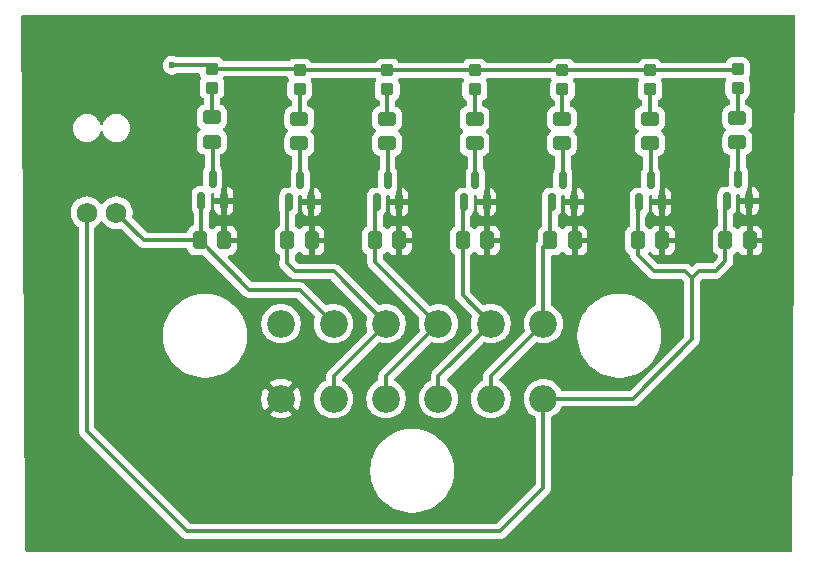
<source format=gbr>
%TF.GenerationSoftware,KiCad,Pcbnew,9.0.4*%
%TF.CreationDate,2025-10-30T20:58:22-05:00*%
%TF.ProjectId,TEST,54455354-2e6b-4696-9361-645f70636258,rev?*%
%TF.SameCoordinates,Original*%
%TF.FileFunction,Copper,L1,Top*%
%TF.FilePolarity,Positive*%
%FSLAX46Y46*%
G04 Gerber Fmt 4.6, Leading zero omitted, Abs format (unit mm)*
G04 Created by KiCad (PCBNEW 9.0.4) date 2025-10-30 20:58:22*
%MOMM*%
%LPD*%
G01*
G04 APERTURE LIST*
G04 Aperture macros list*
%AMRoundRect*
0 Rectangle with rounded corners*
0 $1 Rounding radius*
0 $2 $3 $4 $5 $6 $7 $8 $9 X,Y pos of 4 corners*
0 Add a 4 corners polygon primitive as box body*
4,1,4,$2,$3,$4,$5,$6,$7,$8,$9,$2,$3,0*
0 Add four circle primitives for the rounded corners*
1,1,$1+$1,$2,$3*
1,1,$1+$1,$4,$5*
1,1,$1+$1,$6,$7*
1,1,$1+$1,$8,$9*
0 Add four rect primitives between the rounded corners*
20,1,$1+$1,$2,$3,$4,$5,0*
20,1,$1+$1,$4,$5,$6,$7,0*
20,1,$1+$1,$6,$7,$8,$9,0*
20,1,$1+$1,$8,$9,$2,$3,0*%
G04 Aperture macros list end*
%TA.AperFunction,SMDPad,CuDef*%
%ADD10RoundRect,0.150000X0.150000X-0.587500X0.150000X0.587500X-0.150000X0.587500X-0.150000X-0.587500X0*%
%TD*%
%TA.AperFunction,ComponentPad*%
%ADD11C,1.752600*%
%TD*%
%TA.AperFunction,ComponentPad*%
%ADD12C,2.340000*%
%TD*%
%TA.AperFunction,SMDPad,CuDef*%
%ADD13RoundRect,0.168750X-0.393750X-0.593750X0.393750X-0.593750X0.393750X0.593750X-0.393750X0.593750X0*%
%TD*%
%TA.AperFunction,SMDPad,CuDef*%
%ADD14RoundRect,0.168750X-0.593750X0.393750X-0.593750X-0.393750X0.593750X-0.393750X0.593750X0.393750X0*%
%TD*%
%TA.AperFunction,SMDPad,CuDef*%
%ADD15RoundRect,0.150000X0.400000X-0.350000X0.400000X0.350000X-0.400000X0.350000X-0.400000X-0.350000X0*%
%TD*%
%TA.AperFunction,ViaPad*%
%ADD16C,0.600000*%
%TD*%
%TA.AperFunction,Conductor*%
%ADD17C,0.300000*%
%TD*%
G04 APERTURE END LIST*
D10*
%TO.P,Q3,1,G*%
%TO.N,/INERTIA_SWITCH_START*%
X130080833Y-71627500D03*
%TO.P,Q3,2,S*%
%TO.N,GND*%
X131980833Y-71627500D03*
%TO.P,Q3,3,D*%
%TO.N,Net-(Q3-D)*%
X131030833Y-69752500D03*
%TD*%
%TO.P,Q4,1,G*%
%TO.N,/COCKPIT_BUTTON_START*%
X137497500Y-71627500D03*
%TO.P,Q4,2,S*%
%TO.N,GND*%
X139397500Y-71627500D03*
%TO.P,Q4,3,D*%
%TO.N,Net-(Q4-D)*%
X138447500Y-69752500D03*
%TD*%
%TO.P,Q7,1,G*%
%TO.N,/BOTS_END*%
X159747500Y-71527500D03*
%TO.P,Q7,2,S*%
%TO.N,GND*%
X161647500Y-71527500D03*
%TO.P,Q7,3,D*%
%TO.N,Net-(Q7-D)*%
X160697500Y-69652500D03*
%TD*%
%TO.P,Q6,1,G*%
%TO.N,/BOTS_END*%
X152330833Y-71627500D03*
%TO.P,Q6,2,S*%
%TO.N,GND*%
X154230833Y-71627500D03*
%TO.P,Q6,3,D*%
%TO.N,Net-(Q6-D)*%
X153280833Y-69752500D03*
%TD*%
D11*
%TO.P,J1,1,1*%
%TO.N,/BOTS_END*%
X105550000Y-72500000D03*
%TO.P,J1,2,2*%
%TO.N,/INPUT*%
X108050000Y-72500000D03*
%TD*%
D12*
%TO.P,J3,1,1*%
%TO.N,/BOTS_START*%
X144200000Y-81900000D03*
%TO.P,J3,2,2*%
%TO.N,/COCKPIT_BUTTON_START*%
X139760000Y-81900000D03*
%TO.P,J3,3,3*%
%TO.N,/INERTIA_SWITCH_START*%
X135320000Y-81900000D03*
%TO.P,J3,4,4*%
%TO.N,/LEFT_BUTTON_END*%
X130880000Y-81900000D03*
%TO.P,J3,5,5*%
%TO.N,/INPUT*%
X126440000Y-81900000D03*
%TO.P,J3,6,6*%
%TO.N,+12V*%
X122000000Y-81900000D03*
%TO.P,J3,7,7*%
%TO.N,GND*%
X122000000Y-88250000D03*
%TO.P,J3,8,8*%
%TO.N,/LEFT_BUTTON_END*%
X126440000Y-88250000D03*
%TO.P,J3,9,9*%
%TO.N,/INERTIA_SWITCH_START*%
X130880000Y-88250000D03*
%TO.P,J3,10,10*%
%TO.N,/COCKPIT_BUTTON_START*%
X135320000Y-88250000D03*
%TO.P,J3,11,11*%
%TO.N,/BOTS_START*%
X139760000Y-88250000D03*
%TO.P,J3,12,12*%
%TO.N,/BOTS_END*%
X144200000Y-88250000D03*
%TD*%
D13*
%TO.P,R1,1*%
%TO.N,/INPUT*%
X115112500Y-74850000D03*
%TO.P,R1,2*%
%TO.N,GND*%
X117187500Y-74850000D03*
%TD*%
D14*
%TO.P,R10,1*%
%TO.N,Net-(D5-K)*%
X145796667Y-64552500D03*
%TO.P,R10,2*%
%TO.N,Net-(Q5-D)*%
X145796667Y-66627500D03*
%TD*%
D15*
%TO.P,D1,1,K*%
%TO.N,Net-(D1-K)*%
X116150000Y-61900000D03*
%TO.P,D1,2,A*%
%TO.N,+12V*%
X116150000Y-60300000D03*
%TD*%
D14*
%TO.P,R2,1*%
%TO.N,Net-(D1-K)*%
X116130000Y-64402500D03*
%TO.P,R2,2*%
%TO.N,Net-(Q1-D)*%
X116130000Y-66477500D03*
%TD*%
D13*
%TO.P,R5,1*%
%TO.N,/INERTIA_SWITCH_START*%
X129945833Y-74850000D03*
%TO.P,R5,2*%
%TO.N,GND*%
X132020833Y-74850000D03*
%TD*%
D14*
%TO.P,R8,1*%
%TO.N,Net-(D4-K)*%
X138380000Y-64552500D03*
%TO.P,R8,2*%
%TO.N,Net-(Q4-D)*%
X138380000Y-66627500D03*
%TD*%
D15*
%TO.P,D5,1,K*%
%TO.N,Net-(D5-K)*%
X145816667Y-62050000D03*
%TO.P,D5,2,A*%
%TO.N,+12V*%
X145816667Y-60450000D03*
%TD*%
%TO.P,D7,1,K*%
%TO.N,Net-(D7-K)*%
X160650000Y-61950000D03*
%TO.P,D7,2,A*%
%TO.N,+12V*%
X160650000Y-60350000D03*
%TD*%
%TO.P,D4,1,K*%
%TO.N,Net-(D4-K)*%
X138400000Y-62050000D03*
%TO.P,D4,2,A*%
%TO.N,+12V*%
X138400000Y-60450000D03*
%TD*%
D14*
%TO.P,R4,1*%
%TO.N,Net-(D2-K)*%
X123546667Y-64552500D03*
%TO.P,R4,2*%
%TO.N,Net-(Q2-D)*%
X123546667Y-66627500D03*
%TD*%
%TO.P,R6,1*%
%TO.N,Net-(D3-K)*%
X130963333Y-64552500D03*
%TO.P,R6,2*%
%TO.N,Net-(Q3-D)*%
X130963333Y-66627500D03*
%TD*%
D13*
%TO.P,R9,1*%
%TO.N,/BOTS_START*%
X144779167Y-74850000D03*
%TO.P,R9,2*%
%TO.N,GND*%
X146854167Y-74850000D03*
%TD*%
%TO.P,R11,1*%
%TO.N,/BOTS_END*%
X152195833Y-74850000D03*
%TO.P,R11,2*%
%TO.N,GND*%
X154270833Y-74850000D03*
%TD*%
D15*
%TO.P,D3,1,K*%
%TO.N,Net-(D3-K)*%
X130983333Y-62050000D03*
%TO.P,D3,2,A*%
%TO.N,+12V*%
X130983333Y-60450000D03*
%TD*%
%TO.P,D6,1,K*%
%TO.N,Net-(D6-K)*%
X153233333Y-62050000D03*
%TO.P,D6,2,A*%
%TO.N,+12V*%
X153233333Y-60450000D03*
%TD*%
D10*
%TO.P,Q2,1,G*%
%TO.N,/LEFT_BUTTON_END*%
X122664167Y-71627500D03*
%TO.P,Q2,2,S*%
%TO.N,GND*%
X124564167Y-71627500D03*
%TO.P,Q2,3,D*%
%TO.N,Net-(Q2-D)*%
X123614167Y-69752500D03*
%TD*%
%TO.P,Q1,1,G*%
%TO.N,/INPUT*%
X115247500Y-71477500D03*
%TO.P,Q1,2,S*%
%TO.N,GND*%
X117147500Y-71477500D03*
%TO.P,Q1,3,D*%
%TO.N,Net-(Q1-D)*%
X116197500Y-69602500D03*
%TD*%
D14*
%TO.P,R12,1*%
%TO.N,Net-(D6-K)*%
X153213333Y-64552500D03*
%TO.P,R12,2*%
%TO.N,Net-(Q6-D)*%
X153213333Y-66627500D03*
%TD*%
D13*
%TO.P,R3,1*%
%TO.N,/LEFT_BUTTON_END*%
X122529167Y-74850000D03*
%TO.P,R3,2*%
%TO.N,GND*%
X124604167Y-74850000D03*
%TD*%
D15*
%TO.P,D2,1,K*%
%TO.N,Net-(D2-K)*%
X123566667Y-62050000D03*
%TO.P,D2,2,A*%
%TO.N,+12V*%
X123566667Y-60450000D03*
%TD*%
D13*
%TO.P,R7,1*%
%TO.N,/COCKPIT_BUTTON_START*%
X137362500Y-74850000D03*
%TO.P,R7,2*%
%TO.N,GND*%
X139437500Y-74850000D03*
%TD*%
D10*
%TO.P,Q5,1,G*%
%TO.N,/BOTS_START*%
X144914167Y-71627500D03*
%TO.P,Q5,2,S*%
%TO.N,GND*%
X146814167Y-71627500D03*
%TO.P,Q5,3,D*%
%TO.N,Net-(Q5-D)*%
X145864167Y-69752500D03*
%TD*%
D14*
%TO.P,R14,1*%
%TO.N,Net-(D7-K)*%
X160630000Y-64452500D03*
%TO.P,R14,2*%
%TO.N,Net-(Q7-D)*%
X160630000Y-66527500D03*
%TD*%
D13*
%TO.P,R13,1*%
%TO.N,/BOTS_END*%
X159612500Y-74850000D03*
%TO.P,R13,2*%
%TO.N,GND*%
X161687500Y-74850000D03*
%TD*%
D16*
%TO.N,+12V*%
X112760000Y-60000000D03*
%TO.N,GND*%
X118350000Y-66450000D03*
X139700000Y-84400000D03*
X135750000Y-71300000D03*
X164700000Y-82350000D03*
X137650000Y-96800000D03*
X120000000Y-58100000D03*
X142250000Y-56950000D03*
X106650000Y-97480000D03*
X142850000Y-73100000D03*
X118200000Y-93700000D03*
X107800000Y-84350000D03*
X135950000Y-73000000D03*
X112740000Y-58000000D03*
X143700000Y-85000000D03*
X143100000Y-68500000D03*
X133500000Y-86200000D03*
X139150000Y-76900000D03*
X127450000Y-58900000D03*
X137850000Y-86100000D03*
X142270000Y-94550000D03*
X156550000Y-57800000D03*
X148400000Y-79050000D03*
X109600000Y-58000000D03*
X158500000Y-79750000D03*
X112000000Y-61800000D03*
X152400000Y-78950000D03*
X146140000Y-99050000D03*
X132800000Y-76800000D03*
X114450000Y-68750000D03*
X112260000Y-100350000D03*
X159720000Y-93100000D03*
X111500000Y-79800000D03*
X147840000Y-93100000D03*
X101300000Y-88850000D03*
X157970000Y-91000000D03*
X127650000Y-56750000D03*
X102800000Y-97550000D03*
X156050000Y-71750000D03*
X155050000Y-99050000D03*
X151050000Y-64300000D03*
X149020000Y-90960000D03*
X128150000Y-72950000D03*
X162680000Y-89350000D03*
X155350000Y-91000000D03*
X128850000Y-63750000D03*
X122150000Y-68800000D03*
X149650000Y-66500000D03*
X155450000Y-59000000D03*
X153580000Y-97200000D03*
X118750000Y-72700000D03*
X163400000Y-71200000D03*
X164450000Y-93120000D03*
X162490000Y-97200000D03*
X139300000Y-94550000D03*
X119500000Y-86350000D03*
X112000000Y-64100000D03*
X155350000Y-87400000D03*
X157140000Y-85500000D03*
X124250000Y-84000000D03*
X103350000Y-100350000D03*
X151150000Y-66400000D03*
X159710000Y-89350000D03*
X130200000Y-79150000D03*
X164700000Y-79380000D03*
X125900000Y-94100000D03*
X163250000Y-59640000D03*
X156750000Y-93100000D03*
X104950000Y-68000000D03*
X148750000Y-71650000D03*
X150350000Y-57700000D03*
X114100000Y-61600000D03*
X116050000Y-91650000D03*
X101050000Y-79550000D03*
X112850000Y-76150000D03*
X143300000Y-66200000D03*
X135000000Y-57750000D03*
X150200000Y-69900000D03*
X139450000Y-91050000D03*
X140620000Y-96800000D03*
X120250000Y-83950000D03*
X119700000Y-91250000D03*
X113200000Y-73200000D03*
X102750000Y-62900000D03*
X155100000Y-81400000D03*
X158350000Y-82550000D03*
X133300000Y-66300000D03*
X107300000Y-86600000D03*
X145950000Y-84350000D03*
X121600000Y-63300000D03*
X158500000Y-66300000D03*
X114050000Y-64500000D03*
X111450000Y-70250000D03*
X109900000Y-86600000D03*
X113900000Y-93950000D03*
X142500000Y-76900000D03*
X111050000Y-84750000D03*
X164450000Y-84210000D03*
X128800000Y-65950000D03*
X101550000Y-76600000D03*
X102750000Y-68050000D03*
X155250000Y-67100000D03*
X109290000Y-100350000D03*
X126050000Y-79250000D03*
X133500000Y-71350000D03*
X142600000Y-79150000D03*
X164700000Y-73440000D03*
X128050000Y-75500000D03*
X164450000Y-90150000D03*
X151450000Y-68500000D03*
X107400000Y-82050000D03*
X159200000Y-68350000D03*
X149800000Y-73150000D03*
X162850000Y-65400000D03*
X163080000Y-85500000D03*
X113200000Y-70200000D03*
X101300000Y-96200000D03*
X142150000Y-90250000D03*
X111350000Y-73200000D03*
X151600000Y-59000000D03*
X156740000Y-89350000D03*
X126350000Y-72950000D03*
X149110000Y-99050000D03*
X103030000Y-58000000D03*
X107350000Y-79600000D03*
X115750000Y-87350000D03*
X164450000Y-99060000D03*
X110125000Y-76150000D03*
X146190000Y-95150000D03*
X160940000Y-91000000D03*
X107450000Y-74600000D03*
X107950000Y-67950000D03*
X164700000Y-76410000D03*
X102850000Y-64850000D03*
X130900000Y-84200000D03*
X128800000Y-68200000D03*
X157700000Y-71900000D03*
X142900000Y-74850000D03*
X123300000Y-91350000D03*
X104600000Y-95200000D03*
X143050000Y-71400000D03*
X126500000Y-84350000D03*
X127700000Y-69250000D03*
X162690000Y-93100000D03*
X101150000Y-85850000D03*
X128150000Y-71350000D03*
X114000000Y-66450000D03*
X158550000Y-64100000D03*
X151100000Y-62000000D03*
X162850000Y-66950000D03*
X143800000Y-63350000D03*
X146090000Y-91000000D03*
X140820000Y-92200000D03*
X112150000Y-88800000D03*
X136850000Y-68600000D03*
X158590000Y-87350000D03*
X124300000Y-96850000D03*
X148000000Y-66500000D03*
X150500000Y-71700000D03*
X121250000Y-66250000D03*
X125700000Y-66500000D03*
X150200000Y-75000000D03*
X152130000Y-95150000D03*
X146000000Y-79150000D03*
X106170000Y-57960000D03*
X153780000Y-93100000D03*
X120850000Y-71050000D03*
X161150000Y-79650000D03*
X164450000Y-96090000D03*
X164700000Y-70470000D03*
X101450000Y-92750000D03*
X150810000Y-93100000D03*
X122450000Y-85050000D03*
X157700000Y-75700000D03*
X137850000Y-92200000D03*
X135500000Y-75300000D03*
X150610000Y-97200000D03*
X120500000Y-74000000D03*
X160990000Y-99050000D03*
X142200000Y-58850000D03*
X161560000Y-87350000D03*
X106320000Y-100350000D03*
X157900000Y-69800000D03*
X101050000Y-83100000D03*
X108800000Y-88850000D03*
X160110000Y-85500000D03*
X124450000Y-86250000D03*
X136400000Y-66200000D03*
X156550000Y-97200000D03*
X118750000Y-71050000D03*
X161040000Y-95150000D03*
X161950000Y-58900000D03*
X158650000Y-62150000D03*
X141100000Y-71500000D03*
X146600000Y-86400000D03*
X120500000Y-75900000D03*
X139300000Y-79050000D03*
X159200000Y-58900000D03*
X136300000Y-63500000D03*
X119700000Y-96750000D03*
X142100000Y-86550000D03*
X111900000Y-86650000D03*
X155100000Y-95150000D03*
X147640000Y-97200000D03*
X102850000Y-70850000D03*
X126300000Y-71300000D03*
X117950000Y-89000000D03*
X120050000Y-56550000D03*
X116000000Y-96600000D03*
X107950000Y-62650000D03*
X164700000Y-67500000D03*
X107400000Y-76150000D03*
X154700000Y-79100000D03*
X152080000Y-99050000D03*
X114640000Y-89800000D03*
X140650000Y-66250000D03*
X135450000Y-78900000D03*
X164450000Y-87180000D03*
X135200000Y-84350000D03*
X149160000Y-95150000D03*
X122000000Y-94250000D03*
X110250000Y-91600000D03*
X158020000Y-99050000D03*
X158070000Y-95150000D03*
X105050000Y-62750000D03*
X128000000Y-96850000D03*
X152030000Y-91000000D03*
X135150000Y-76850000D03*
X129200000Y-85950000D03*
X159520000Y-97200000D03*
X101450000Y-59750000D03*
%TD*%
D17*
%TO.N,Net-(D6-K)*%
X153233333Y-62050000D02*
X153233333Y-64532500D01*
X153233333Y-64532500D02*
X153213333Y-64552500D01*
%TO.N,+12V*%
X130983333Y-60450000D02*
X138400000Y-60450000D01*
X138400000Y-60450000D02*
X145816667Y-60450000D01*
X145816667Y-60450000D02*
X153233333Y-60450000D01*
X123566667Y-60450000D02*
X130983333Y-60450000D01*
X112760000Y-60000000D02*
X115850000Y-60000000D01*
X153233333Y-60450000D02*
X160550000Y-60450000D01*
X116150000Y-60300000D02*
X123416667Y-60300000D01*
%TO.N,Net-(D7-K)*%
X160650000Y-64432500D02*
X160630000Y-64452500D01*
X160650000Y-61950000D02*
X160650000Y-64432500D01*
%TO.N,/INPUT*%
X108050000Y-72500000D02*
X110400000Y-74850000D01*
X110400000Y-74850000D02*
X115112500Y-74850000D01*
X115112500Y-74850000D02*
X119302500Y-79040000D01*
X115247500Y-71477500D02*
X115247500Y-74715000D01*
X123580000Y-79040000D02*
X126440000Y-81900000D01*
X119302500Y-79040000D02*
X123580000Y-79040000D01*
X115247500Y-74715000D02*
X115112500Y-74850000D01*
%TO.N,Net-(Q1-D)*%
X116197500Y-69602500D02*
X116197500Y-66545000D01*
X116197500Y-66545000D02*
X116130000Y-66477500D01*
%TO.N,Net-(Q2-D)*%
X123614167Y-66695000D02*
X123546667Y-66627500D01*
X123614167Y-69752500D02*
X123614167Y-66695000D01*
%TO.N,Net-(Q3-D)*%
X131030833Y-69752500D02*
X131030833Y-66695000D01*
X131030833Y-66695000D02*
X130963333Y-66627500D01*
%TO.N,Net-(Q4-D)*%
X138447500Y-69752500D02*
X138447500Y-66695000D01*
X138447500Y-66695000D02*
X138380000Y-66627500D01*
%TO.N,Net-(Q5-D)*%
X145864167Y-66695000D02*
X145796667Y-66627500D01*
X145864167Y-69752500D02*
X145864167Y-66695000D01*
%TO.N,Net-(Q6-D)*%
X153280833Y-66695000D02*
X153213333Y-66627500D01*
X153280833Y-69752500D02*
X153280833Y-66695000D01*
%TO.N,Net-(Q7-D)*%
X160697500Y-69652500D02*
X160697500Y-66595000D01*
X160697500Y-66595000D02*
X160630000Y-66527500D01*
%TO.N,/BOTS_END*%
X144200000Y-95800000D02*
X140530000Y-99470000D01*
X159612500Y-71662500D02*
X159747500Y-71527500D01*
X156780000Y-78030000D02*
X156780000Y-83230000D01*
X152195833Y-74850000D02*
X152195833Y-71762500D01*
X152195833Y-76085833D02*
X153570000Y-77460000D01*
X140530000Y-99470000D02*
X114020000Y-99470000D01*
X159612500Y-76617500D02*
X158810000Y-77420000D01*
X156210000Y-77460000D02*
X156780000Y-78030000D01*
X159612500Y-74850000D02*
X159612500Y-71662500D01*
X105550000Y-91000000D02*
X105550000Y-72500000D01*
X144200000Y-88250000D02*
X144200000Y-95800000D01*
X157390000Y-77420000D02*
X156780000Y-78030000D01*
X152195833Y-74850000D02*
X152195833Y-76085833D01*
X159612500Y-74850000D02*
X159612500Y-76617500D01*
X151760000Y-88250000D02*
X144200000Y-88250000D01*
X152195833Y-71762500D02*
X152330833Y-71627500D01*
X156780000Y-83230000D02*
X151760000Y-88250000D01*
X114020000Y-99470000D02*
X105550000Y-91000000D01*
X158810000Y-77420000D02*
X157390000Y-77420000D01*
X153570000Y-77460000D02*
X156210000Y-77460000D01*
%TO.N,Net-(D1-K)*%
X116150000Y-64382500D02*
X116130000Y-64402500D01*
X116150000Y-61900000D02*
X116150000Y-64382500D01*
%TO.N,Net-(D2-K)*%
X123566667Y-64532500D02*
X123546667Y-64552500D01*
X123566667Y-62050000D02*
X123566667Y-64532500D01*
%TO.N,Net-(D3-K)*%
X130983333Y-62050000D02*
X130983333Y-64532500D01*
X130983333Y-64532500D02*
X130963333Y-64552500D01*
%TO.N,Net-(D4-K)*%
X138400000Y-64532500D02*
X138380000Y-64552500D01*
X138400000Y-62050000D02*
X138400000Y-64532500D01*
%TO.N,Net-(D5-K)*%
X145816667Y-64532500D02*
X145796667Y-64552500D01*
X145816667Y-62050000D02*
X145816667Y-64532500D01*
%TO.N,/COCKPIT_BUTTON_START*%
X135320000Y-88250000D02*
X135320000Y-86340000D01*
X135320000Y-86340000D02*
X139760000Y-81900000D01*
X137362500Y-74850000D02*
X137362500Y-79502500D01*
X137362500Y-79502500D02*
X139760000Y-81900000D01*
X137362500Y-74850000D02*
X137362500Y-71762500D01*
X137362500Y-71762500D02*
X137497500Y-71627500D01*
%TO.N,/BOTS_START*%
X144200000Y-75429167D02*
X144779167Y-74850000D01*
X144200000Y-81900000D02*
X144200000Y-75429167D01*
X139760000Y-88250000D02*
X139760000Y-86340000D01*
X144779167Y-74850000D02*
X144779167Y-71762500D01*
X144779167Y-71762500D02*
X144914167Y-71627500D01*
X139760000Y-86340000D02*
X144200000Y-81900000D01*
%TO.N,/INERTIA_SWITCH_START*%
X129945833Y-74850000D02*
X129945833Y-71762500D01*
X130880000Y-86340000D02*
X135320000Y-81900000D01*
X135160000Y-81900000D02*
X135320000Y-81900000D01*
X130880000Y-88250000D02*
X130880000Y-86340000D01*
X129945833Y-71762500D02*
X130080833Y-71627500D01*
X129945833Y-76685833D02*
X129945833Y-74850000D01*
X129945833Y-76685833D02*
X135160000Y-81900000D01*
%TO.N,/LEFT_BUTTON_END*%
X122529167Y-74850000D02*
X122529167Y-71762500D01*
X126450000Y-77470000D02*
X123210000Y-77470000D01*
X122490000Y-76750000D02*
X122529167Y-76710833D01*
X123210000Y-77470000D02*
X122490000Y-76750000D01*
X126440000Y-86340000D02*
X130880000Y-81900000D01*
X130880000Y-81900000D02*
X126450000Y-77470000D01*
X122529167Y-76710833D02*
X122529167Y-74850000D01*
X122529167Y-71762500D02*
X122664167Y-71627500D01*
X126440000Y-88250000D02*
X126440000Y-86340000D01*
%TD*%
%TA.AperFunction,Conductor*%
%TO.N,GND*%
G36*
X122453527Y-60954503D02*
G01*
X122467712Y-60953661D01*
X122486383Y-60964151D01*
X122506932Y-60970185D01*
X122516237Y-60980923D01*
X122528626Y-60987884D01*
X122549435Y-61016391D01*
X122555409Y-61027654D01*
X122564923Y-61060398D01*
X122641188Y-61189356D01*
X122642533Y-61191891D01*
X122648992Y-61223412D01*
X122656906Y-61254603D01*
X122655962Y-61257425D01*
X122656559Y-61260338D01*
X122639723Y-61313121D01*
X122564922Y-61439603D01*
X122564921Y-61439606D01*
X122519069Y-61597426D01*
X122519068Y-61597432D01*
X122516167Y-61634298D01*
X122516167Y-62465701D01*
X122519068Y-62502567D01*
X122519069Y-62502573D01*
X122564921Y-62660393D01*
X122564922Y-62660396D01*
X122648584Y-62801862D01*
X122648590Y-62801870D01*
X122764796Y-62918076D01*
X122764799Y-62918078D01*
X122764802Y-62918081D01*
X122855290Y-62971595D01*
X122902971Y-63022661D01*
X122916167Y-63078325D01*
X122916167Y-63377970D01*
X122896482Y-63445009D01*
X122843678Y-63490764D01*
X122829058Y-63496355D01*
X122676232Y-63543978D01*
X122676229Y-63543979D01*
X122537152Y-63628053D01*
X122537147Y-63628057D01*
X122422224Y-63742980D01*
X122422220Y-63742985D01*
X122338146Y-63882062D01*
X122338144Y-63882066D01*
X122289795Y-64037226D01*
X122283667Y-64104665D01*
X122283667Y-65000344D01*
X122289793Y-65067767D01*
X122289795Y-65067775D01*
X122338145Y-65222935D01*
X122338146Y-65222937D01*
X122422220Y-65362014D01*
X122422224Y-65362019D01*
X122537147Y-65476942D01*
X122537149Y-65476943D01*
X122548628Y-65483883D01*
X122595816Y-65535411D01*
X122607654Y-65604271D01*
X122580385Y-65668599D01*
X122548628Y-65696117D01*
X122537149Y-65703056D01*
X122537147Y-65703057D01*
X122422224Y-65817980D01*
X122422220Y-65817985D01*
X122338146Y-65957062D01*
X122338144Y-65957066D01*
X122289795Y-66112226D01*
X122283667Y-66179665D01*
X122283667Y-67075344D01*
X122289793Y-67142767D01*
X122289795Y-67142775D01*
X122338145Y-67297935D01*
X122338146Y-67297937D01*
X122422220Y-67437014D01*
X122422224Y-67437019D01*
X122537147Y-67551942D01*
X122537152Y-67551946D01*
X122676229Y-67636020D01*
X122676233Y-67636022D01*
X122731117Y-67653124D01*
X122831395Y-67684372D01*
X122850889Y-67686143D01*
X122915871Y-67711813D01*
X122956660Y-67768541D01*
X122963667Y-67809634D01*
X122963667Y-68699484D01*
X122946399Y-68762605D01*
X122862422Y-68904603D01*
X122862421Y-68904606D01*
X122816569Y-69062426D01*
X122816568Y-69062432D01*
X122813667Y-69099298D01*
X122813667Y-70265500D01*
X122793982Y-70332539D01*
X122741178Y-70378294D01*
X122689667Y-70389500D01*
X122448465Y-70389500D01*
X122411599Y-70392401D01*
X122411593Y-70392402D01*
X122253773Y-70438254D01*
X122253770Y-70438255D01*
X122112304Y-70521917D01*
X122112296Y-70521923D01*
X121996090Y-70638129D01*
X121996084Y-70638137D01*
X121912422Y-70779603D01*
X121912421Y-70779606D01*
X121866569Y-70937426D01*
X121866568Y-70937432D01*
X121863667Y-70974298D01*
X121863667Y-72280701D01*
X121866568Y-72317567D01*
X121873743Y-72342260D01*
X121878667Y-72376857D01*
X121878667Y-73559490D01*
X121858982Y-73626529D01*
X121818817Y-73665607D01*
X121719648Y-73725556D01*
X121604724Y-73840480D01*
X121604720Y-73840485D01*
X121520646Y-73979562D01*
X121520644Y-73979566D01*
X121472295Y-74134726D01*
X121466167Y-74202165D01*
X121466167Y-75497844D01*
X121472293Y-75565267D01*
X121472295Y-75565275D01*
X121520645Y-75720435D01*
X121520646Y-75720437D01*
X121604720Y-75859514D01*
X121604724Y-75859519D01*
X121719647Y-75974442D01*
X121719652Y-75974446D01*
X121818816Y-76034392D01*
X121866004Y-76085919D01*
X121878667Y-76140509D01*
X121878667Y-76501387D01*
X121869229Y-76548835D01*
X121864499Y-76560256D01*
X121864498Y-76560259D01*
X121864496Y-76560263D01*
X121839501Y-76685926D01*
X121839501Y-76814073D01*
X121859522Y-76914724D01*
X121864499Y-76939744D01*
X121913535Y-77058127D01*
X121941852Y-77100507D01*
X121984726Y-77164673D01*
X122795325Y-77975272D01*
X122795332Y-77975278D01*
X122886907Y-78036466D01*
X122886909Y-78036467D01*
X122901864Y-78046460D01*
X122901872Y-78046464D01*
X122901873Y-78046465D01*
X123020256Y-78095501D01*
X123020260Y-78095501D01*
X123020261Y-78095502D01*
X123145928Y-78120500D01*
X123145931Y-78120500D01*
X123274069Y-78120500D01*
X126129192Y-78120500D01*
X126196231Y-78140185D01*
X126216873Y-78156819D01*
X129273421Y-81213367D01*
X129306906Y-81274690D01*
X129301922Y-81344382D01*
X129300303Y-81348497D01*
X129294761Y-81361875D01*
X129294759Y-81361883D01*
X129238084Y-81573399D01*
X129238082Y-81573410D01*
X129209500Y-81790502D01*
X129209500Y-82009497D01*
X129214343Y-82046278D01*
X129238083Y-82226598D01*
X129238084Y-82226600D01*
X129294759Y-82438117D01*
X129300303Y-82451503D01*
X129307769Y-82520973D01*
X129276491Y-82583451D01*
X129273421Y-82586632D01*
X125934727Y-85925325D01*
X125934726Y-85925326D01*
X125863534Y-86031874D01*
X125814499Y-86150255D01*
X125814497Y-86150261D01*
X125789500Y-86275928D01*
X125789500Y-86628456D01*
X125769815Y-86695495D01*
X125717011Y-86741250D01*
X125712957Y-86743015D01*
X125699578Y-86748557D01*
X125699561Y-86748565D01*
X125509929Y-86858049D01*
X125336201Y-86991355D01*
X125336194Y-86991361D01*
X125181361Y-87146194D01*
X125181355Y-87146201D01*
X125048049Y-87319929D01*
X124938565Y-87509561D01*
X124938561Y-87509569D01*
X124938560Y-87509572D01*
X124918180Y-87558773D01*
X124854758Y-87711884D01*
X124798084Y-87923399D01*
X124798082Y-87923410D01*
X124769500Y-88140502D01*
X124769500Y-88359497D01*
X124793306Y-88540314D01*
X124798083Y-88576598D01*
X124798084Y-88576600D01*
X124854715Y-88787956D01*
X124854759Y-88788117D01*
X124938560Y-88990428D01*
X124938562Y-88990433D01*
X124938565Y-88990438D01*
X125048049Y-89180070D01*
X125181355Y-89353798D01*
X125181361Y-89353805D01*
X125336194Y-89508638D01*
X125336201Y-89508644D01*
X125509929Y-89641950D01*
X125699561Y-89751434D01*
X125699563Y-89751434D01*
X125699572Y-89751440D01*
X125901883Y-89835241D01*
X126113402Y-89891917D01*
X126330510Y-89920500D01*
X126330517Y-89920500D01*
X126549483Y-89920500D01*
X126549490Y-89920500D01*
X126766598Y-89891917D01*
X126978117Y-89835241D01*
X127180428Y-89751440D01*
X127370071Y-89641950D01*
X127543800Y-89508643D01*
X127698643Y-89353800D01*
X127831950Y-89180071D01*
X127941440Y-88990428D01*
X128025241Y-88788117D01*
X128081917Y-88576598D01*
X128110500Y-88359490D01*
X128110500Y-88140510D01*
X128081917Y-87923402D01*
X128025241Y-87711883D01*
X127941440Y-87509572D01*
X127935899Y-87499975D01*
X127831950Y-87319929D01*
X127698644Y-87146201D01*
X127698638Y-87146194D01*
X127543805Y-86991361D01*
X127543798Y-86991355D01*
X127370070Y-86858049D01*
X127176913Y-86746530D01*
X127177658Y-86745238D01*
X127130818Y-86702159D01*
X127113125Y-86634567D01*
X127134784Y-86568139D01*
X127149385Y-86550559D01*
X130193368Y-83506575D01*
X130254689Y-83473092D01*
X130324381Y-83478076D01*
X130328501Y-83479698D01*
X130341883Y-83485241D01*
X130553402Y-83541917D01*
X130770510Y-83570500D01*
X130770517Y-83570500D01*
X130989483Y-83570500D01*
X130989490Y-83570500D01*
X131206598Y-83541917D01*
X131418117Y-83485241D01*
X131620428Y-83401440D01*
X131810071Y-83291950D01*
X131983800Y-83158643D01*
X132138643Y-83003800D01*
X132271950Y-82830071D01*
X132381440Y-82640428D01*
X132465241Y-82438117D01*
X132521917Y-82226598D01*
X132550500Y-82009490D01*
X132550500Y-81790510D01*
X132521917Y-81573402D01*
X132465241Y-81361883D01*
X132381440Y-81159572D01*
X132336929Y-81082477D01*
X132271950Y-80969929D01*
X132138644Y-80796201D01*
X132138638Y-80796194D01*
X131983805Y-80641361D01*
X131983798Y-80641355D01*
X131810070Y-80508049D01*
X131620438Y-80398565D01*
X131620433Y-80398562D01*
X131620428Y-80398560D01*
X131418117Y-80314759D01*
X131418118Y-80314759D01*
X131418115Y-80314758D01*
X131299135Y-80282878D01*
X131206598Y-80258083D01*
X131170314Y-80253306D01*
X130989497Y-80229500D01*
X130989490Y-80229500D01*
X130770510Y-80229500D01*
X130770502Y-80229500D01*
X130563853Y-80256707D01*
X130553402Y-80258083D01*
X130421518Y-80293421D01*
X130341883Y-80314759D01*
X130341875Y-80314761D01*
X130328497Y-80320303D01*
X130259027Y-80327769D01*
X130196549Y-80296492D01*
X130193367Y-80293421D01*
X126864674Y-76964727D01*
X126864673Y-76964726D01*
X126849707Y-76954726D01*
X126758127Y-76893535D01*
X126639744Y-76844499D01*
X126639742Y-76844498D01*
X126639741Y-76844498D01*
X126634903Y-76843536D01*
X126634898Y-76843535D01*
X126514071Y-76819500D01*
X126514069Y-76819500D01*
X123530808Y-76819500D01*
X123463769Y-76799815D01*
X123443127Y-76783181D01*
X123215986Y-76556040D01*
X123182501Y-76494717D01*
X123179667Y-76468359D01*
X123179667Y-76140509D01*
X123199352Y-76073470D01*
X123239518Y-76034392D01*
X123338681Y-75974446D01*
X123338682Y-75974444D01*
X123338687Y-75974442D01*
X123453609Y-75859520D01*
X123453800Y-75859205D01*
X123460839Y-75847560D01*
X123512365Y-75800371D01*
X123581224Y-75788529D01*
X123645553Y-75815796D01*
X123673074Y-75847554D01*
X123680119Y-75859208D01*
X123794957Y-75974046D01*
X123794961Y-75974049D01*
X123933934Y-76058060D01*
X124088989Y-76106377D01*
X124156368Y-76112500D01*
X124354167Y-76112500D01*
X124854167Y-76112500D01*
X125051966Y-76112500D01*
X125119344Y-76106377D01*
X125274399Y-76058060D01*
X125413372Y-75974049D01*
X125413376Y-75974046D01*
X125528213Y-75859209D01*
X125528216Y-75859205D01*
X125612227Y-75720232D01*
X125660544Y-75565177D01*
X125666667Y-75497799D01*
X125666667Y-75100000D01*
X124854167Y-75100000D01*
X124854167Y-76112500D01*
X124354167Y-76112500D01*
X124354167Y-74600000D01*
X124854167Y-74600000D01*
X125666667Y-74600000D01*
X125666667Y-74202200D01*
X125660544Y-74134822D01*
X125612227Y-73979767D01*
X125528216Y-73840794D01*
X125528213Y-73840790D01*
X125413376Y-73725953D01*
X125413372Y-73725950D01*
X125274399Y-73641939D01*
X125119344Y-73593622D01*
X125051966Y-73587500D01*
X124854167Y-73587500D01*
X124854167Y-74600000D01*
X124354167Y-74600000D01*
X124354167Y-73587500D01*
X124156368Y-73587500D01*
X124088989Y-73593622D01*
X123933934Y-73641939D01*
X123794961Y-73725950D01*
X123794957Y-73725953D01*
X123680117Y-73840793D01*
X123673072Y-73852448D01*
X123621542Y-73899633D01*
X123552682Y-73911469D01*
X123488355Y-73884197D01*
X123460840Y-73852442D01*
X123453609Y-73840480D01*
X123338687Y-73725558D01*
X123338685Y-73725556D01*
X123239517Y-73665607D01*
X123192329Y-73614079D01*
X123179667Y-73559490D01*
X123179667Y-72820809D01*
X123199352Y-72753770D01*
X123215986Y-72733128D01*
X123332243Y-72616870D01*
X123332248Y-72616865D01*
X123415911Y-72475398D01*
X123454592Y-72342260D01*
X123461764Y-72317573D01*
X123461765Y-72317567D01*
X123464666Y-72280701D01*
X123464667Y-72280694D01*
X123464667Y-72280649D01*
X123764167Y-72280649D01*
X123767066Y-72317489D01*
X123767067Y-72317495D01*
X123812883Y-72475193D01*
X123812884Y-72475196D01*
X123896481Y-72616552D01*
X123896488Y-72616561D01*
X124012605Y-72732678D01*
X124012614Y-72732685D01*
X124153968Y-72816281D01*
X124311681Y-72862100D01*
X124311678Y-72862100D01*
X124314165Y-72862295D01*
X124314167Y-72862295D01*
X124814167Y-72862295D01*
X124814168Y-72862295D01*
X124816653Y-72862100D01*
X124974365Y-72816281D01*
X125115719Y-72732685D01*
X125115728Y-72732678D01*
X125231845Y-72616561D01*
X125231852Y-72616552D01*
X125315449Y-72475196D01*
X125315450Y-72475193D01*
X125361266Y-72317495D01*
X125361267Y-72317489D01*
X125364166Y-72280649D01*
X125364167Y-72280634D01*
X125364167Y-71877500D01*
X124814167Y-71877500D01*
X124814167Y-72862295D01*
X124314167Y-72862295D01*
X124314167Y-71877500D01*
X123764167Y-71877500D01*
X123764167Y-72280649D01*
X123464667Y-72280649D01*
X123464667Y-71114500D01*
X123484352Y-71047461D01*
X123537156Y-71001706D01*
X123588667Y-70990500D01*
X123640167Y-70990500D01*
X123707206Y-71010185D01*
X123752961Y-71062989D01*
X123764167Y-71114500D01*
X123764167Y-71377500D01*
X124314167Y-71377500D01*
X124814167Y-71377500D01*
X125364167Y-71377500D01*
X125364167Y-70974365D01*
X125364166Y-70974350D01*
X125361267Y-70937510D01*
X125361266Y-70937504D01*
X125315450Y-70779806D01*
X125315449Y-70779803D01*
X125231852Y-70638447D01*
X125231845Y-70638438D01*
X125115728Y-70522321D01*
X125115719Y-70522314D01*
X124974363Y-70438717D01*
X124974360Y-70438716D01*
X124816661Y-70392900D01*
X124816664Y-70392900D01*
X124814167Y-70392703D01*
X124814167Y-71377500D01*
X124314167Y-71377500D01*
X124314167Y-70721814D01*
X124331434Y-70658694D01*
X124365911Y-70600398D01*
X124399672Y-70484191D01*
X124411764Y-70442573D01*
X124411765Y-70442567D01*
X124412104Y-70438256D01*
X124414667Y-70405694D01*
X124414667Y-69099306D01*
X124411765Y-69062431D01*
X124393427Y-68999313D01*
X124368186Y-68912432D01*
X124365911Y-68904602D01*
X124306772Y-68804603D01*
X124281935Y-68762605D01*
X124264667Y-68699484D01*
X124264667Y-67774762D01*
X124284352Y-67707723D01*
X124337156Y-67661968D01*
X124351768Y-67656379D01*
X124417103Y-67636021D01*
X124492406Y-67590499D01*
X124556181Y-67551946D01*
X124556182Y-67551944D01*
X124556187Y-67551942D01*
X124671109Y-67437020D01*
X124692315Y-67401942D01*
X124731561Y-67337020D01*
X124755188Y-67297936D01*
X124803539Y-67142772D01*
X124809667Y-67075337D01*
X124809666Y-66179664D01*
X124809666Y-66179663D01*
X124809666Y-66179655D01*
X124803540Y-66112232D01*
X124803538Y-66112224D01*
X124755188Y-65957064D01*
X124755187Y-65957062D01*
X124671113Y-65817985D01*
X124671109Y-65817980D01*
X124556185Y-65703056D01*
X124544707Y-65696118D01*
X124497519Y-65644592D01*
X124485679Y-65575732D01*
X124512946Y-65511403D01*
X124544707Y-65483882D01*
X124556185Y-65476943D01*
X124556184Y-65476943D01*
X124556187Y-65476942D01*
X124671109Y-65362020D01*
X124688119Y-65333883D01*
X124731561Y-65262020D01*
X124755188Y-65222936D01*
X124803539Y-65067772D01*
X124809667Y-65000337D01*
X124809666Y-64104664D01*
X124809666Y-64104663D01*
X124809666Y-64104655D01*
X124803540Y-64037232D01*
X124803538Y-64037224D01*
X124755188Y-63882064D01*
X124755187Y-63882062D01*
X124671113Y-63742985D01*
X124671109Y-63742980D01*
X124556186Y-63628057D01*
X124556181Y-63628053D01*
X124417104Y-63543979D01*
X124417102Y-63543978D01*
X124304276Y-63508820D01*
X124246129Y-63470082D01*
X124218155Y-63406057D01*
X124217167Y-63390435D01*
X124217167Y-63078325D01*
X124236852Y-63011286D01*
X124278043Y-62971595D01*
X124368532Y-62918081D01*
X124484748Y-62801865D01*
X124568411Y-62660398D01*
X124602172Y-62544191D01*
X124614264Y-62502573D01*
X124614265Y-62502567D01*
X124617166Y-62465701D01*
X124617167Y-62465694D01*
X124617167Y-61634306D01*
X124614265Y-61597431D01*
X124595927Y-61534313D01*
X124570686Y-61447432D01*
X124568411Y-61439602D01*
X124493609Y-61313119D01*
X124490340Y-61300235D01*
X124482743Y-61289326D01*
X124481914Y-61267026D01*
X124476427Y-61245397D01*
X124480585Y-61231234D01*
X124480150Y-61219504D01*
X124493611Y-61186878D01*
X124508692Y-61161378D01*
X124559761Y-61113695D01*
X124615423Y-61100500D01*
X129934577Y-61100500D01*
X130001616Y-61120185D01*
X130041310Y-61161381D01*
X130056390Y-61186881D01*
X130073571Y-61254605D01*
X130056389Y-61313121D01*
X129981588Y-61439603D01*
X129981587Y-61439606D01*
X129935735Y-61597426D01*
X129935734Y-61597432D01*
X129932833Y-61634298D01*
X129932833Y-62465701D01*
X129935734Y-62502567D01*
X129935735Y-62502573D01*
X129981587Y-62660393D01*
X129981588Y-62660396D01*
X130065250Y-62801862D01*
X130065256Y-62801870D01*
X130181462Y-62918076D01*
X130181465Y-62918078D01*
X130181468Y-62918081D01*
X130271956Y-62971595D01*
X130319637Y-63022661D01*
X130332833Y-63078325D01*
X130332833Y-63377970D01*
X130313148Y-63445009D01*
X130260344Y-63490764D01*
X130245724Y-63496355D01*
X130092898Y-63543978D01*
X130092895Y-63543979D01*
X129953818Y-63628053D01*
X129953813Y-63628057D01*
X129838890Y-63742980D01*
X129838886Y-63742985D01*
X129754812Y-63882062D01*
X129754810Y-63882066D01*
X129706461Y-64037226D01*
X129700333Y-64104665D01*
X129700333Y-65000344D01*
X129706459Y-65067767D01*
X129706461Y-65067775D01*
X129754811Y-65222935D01*
X129754812Y-65222937D01*
X129838886Y-65362014D01*
X129838890Y-65362019D01*
X129953813Y-65476942D01*
X129953815Y-65476943D01*
X129965294Y-65483883D01*
X130012482Y-65535411D01*
X130024320Y-65604271D01*
X129997051Y-65668599D01*
X129965294Y-65696117D01*
X129953815Y-65703056D01*
X129953813Y-65703057D01*
X129838890Y-65817980D01*
X129838886Y-65817985D01*
X129754812Y-65957062D01*
X129754810Y-65957066D01*
X129706461Y-66112226D01*
X129700333Y-66179665D01*
X129700333Y-67075344D01*
X129706459Y-67142767D01*
X129706461Y-67142775D01*
X129754811Y-67297935D01*
X129754812Y-67297937D01*
X129838886Y-67437014D01*
X129838890Y-67437019D01*
X129953813Y-67551942D01*
X129953818Y-67551946D01*
X130092895Y-67636020D01*
X130092899Y-67636022D01*
X130147783Y-67653124D01*
X130248061Y-67684372D01*
X130267555Y-67686143D01*
X130332537Y-67711813D01*
X130373326Y-67768541D01*
X130380333Y-67809634D01*
X130380333Y-68699484D01*
X130363065Y-68762605D01*
X130279088Y-68904603D01*
X130279087Y-68904606D01*
X130233235Y-69062426D01*
X130233234Y-69062432D01*
X130230333Y-69099298D01*
X130230333Y-70265500D01*
X130210648Y-70332539D01*
X130157844Y-70378294D01*
X130106333Y-70389500D01*
X129865131Y-70389500D01*
X129828265Y-70392401D01*
X129828259Y-70392402D01*
X129670439Y-70438254D01*
X129670436Y-70438255D01*
X129528970Y-70521917D01*
X129528962Y-70521923D01*
X129412756Y-70638129D01*
X129412750Y-70638137D01*
X129329088Y-70779603D01*
X129329087Y-70779606D01*
X129283235Y-70937426D01*
X129283234Y-70937432D01*
X129280333Y-70974298D01*
X129280333Y-72280701D01*
X129283234Y-72317567D01*
X129290409Y-72342260D01*
X129295333Y-72376857D01*
X129295333Y-73559490D01*
X129275648Y-73626529D01*
X129235483Y-73665607D01*
X129136314Y-73725556D01*
X129021390Y-73840480D01*
X129021386Y-73840485D01*
X128937312Y-73979562D01*
X128937310Y-73979566D01*
X128888961Y-74134726D01*
X128882833Y-74202165D01*
X128882833Y-75497844D01*
X128888959Y-75565267D01*
X128888961Y-75565275D01*
X128937311Y-75720435D01*
X128937312Y-75720437D01*
X129021386Y-75859514D01*
X129021390Y-75859519D01*
X129136313Y-75974442D01*
X129136318Y-75974446D01*
X129235482Y-76034392D01*
X129282670Y-76085919D01*
X129295333Y-76140509D01*
X129295333Y-76749904D01*
X129314150Y-76844499D01*
X129314150Y-76844500D01*
X129320330Y-76875569D01*
X129320332Y-76875577D01*
X129357257Y-76964723D01*
X129369368Y-76993960D01*
X129440556Y-77100502D01*
X129440559Y-77100506D01*
X129440560Y-77100507D01*
X133677199Y-81337145D01*
X133710684Y-81398468D01*
X133709293Y-81456918D01*
X133678086Y-81573387D01*
X133678083Y-81573403D01*
X133649500Y-81790502D01*
X133649500Y-82009497D01*
X133654343Y-82046278D01*
X133678083Y-82226598D01*
X133678084Y-82226600D01*
X133734759Y-82438117D01*
X133740303Y-82451503D01*
X133747769Y-82520973D01*
X133716491Y-82583451D01*
X133713421Y-82586632D01*
X130374727Y-85925325D01*
X130374726Y-85925326D01*
X130303534Y-86031874D01*
X130254499Y-86150255D01*
X130254497Y-86150261D01*
X130229500Y-86275928D01*
X130229500Y-86628456D01*
X130209815Y-86695495D01*
X130157011Y-86741250D01*
X130152957Y-86743015D01*
X130139578Y-86748557D01*
X130139561Y-86748565D01*
X129949929Y-86858049D01*
X129776201Y-86991355D01*
X129776194Y-86991361D01*
X129621361Y-87146194D01*
X129621355Y-87146201D01*
X129488049Y-87319929D01*
X129378565Y-87509561D01*
X129378561Y-87509569D01*
X129378560Y-87509572D01*
X129358180Y-87558773D01*
X129294758Y-87711884D01*
X129238084Y-87923399D01*
X129238082Y-87923410D01*
X129209500Y-88140502D01*
X129209500Y-88359497D01*
X129233306Y-88540314D01*
X129238083Y-88576598D01*
X129238084Y-88576600D01*
X129294715Y-88787956D01*
X129294759Y-88788117D01*
X129378560Y-88990428D01*
X129378562Y-88990433D01*
X129378565Y-88990438D01*
X129488049Y-89180070D01*
X129621355Y-89353798D01*
X129621361Y-89353805D01*
X129776194Y-89508638D01*
X129776201Y-89508644D01*
X129949929Y-89641950D01*
X130139561Y-89751434D01*
X130139563Y-89751434D01*
X130139572Y-89751440D01*
X130341883Y-89835241D01*
X130553402Y-89891917D01*
X130770510Y-89920500D01*
X130770517Y-89920500D01*
X130989483Y-89920500D01*
X130989490Y-89920500D01*
X131206598Y-89891917D01*
X131418117Y-89835241D01*
X131620428Y-89751440D01*
X131810071Y-89641950D01*
X131983800Y-89508643D01*
X132138643Y-89353800D01*
X132271950Y-89180071D01*
X132381440Y-88990428D01*
X132465241Y-88788117D01*
X132521917Y-88576598D01*
X132550500Y-88359490D01*
X132550500Y-88140510D01*
X132521917Y-87923402D01*
X132465241Y-87711883D01*
X132381440Y-87509572D01*
X132375899Y-87499975D01*
X132271950Y-87319929D01*
X132138644Y-87146201D01*
X132138638Y-87146194D01*
X131983805Y-86991361D01*
X131983798Y-86991355D01*
X131810070Y-86858049D01*
X131616913Y-86746530D01*
X131617658Y-86745238D01*
X131570818Y-86702159D01*
X131553125Y-86634567D01*
X131574784Y-86568139D01*
X131589385Y-86550559D01*
X134633368Y-83506575D01*
X134694689Y-83473092D01*
X134764381Y-83478076D01*
X134768501Y-83479698D01*
X134781883Y-83485241D01*
X134993402Y-83541917D01*
X135210510Y-83570500D01*
X135210517Y-83570500D01*
X135429483Y-83570500D01*
X135429490Y-83570500D01*
X135646598Y-83541917D01*
X135858117Y-83485241D01*
X136060428Y-83401440D01*
X136250071Y-83291950D01*
X136423800Y-83158643D01*
X136578643Y-83003800D01*
X136711950Y-82830071D01*
X136821440Y-82640428D01*
X136905241Y-82438117D01*
X136961917Y-82226598D01*
X136990500Y-82009490D01*
X136990500Y-81790510D01*
X136961917Y-81573402D01*
X136905241Y-81361883D01*
X136821440Y-81159572D01*
X136776929Y-81082477D01*
X136711950Y-80969929D01*
X136578644Y-80796201D01*
X136578638Y-80796194D01*
X136423805Y-80641361D01*
X136423798Y-80641355D01*
X136250070Y-80508049D01*
X136060438Y-80398565D01*
X136060433Y-80398562D01*
X136060428Y-80398560D01*
X135858117Y-80314759D01*
X135858118Y-80314759D01*
X135858115Y-80314758D01*
X135739135Y-80282878D01*
X135646598Y-80258083D01*
X135610314Y-80253306D01*
X135429497Y-80229500D01*
X135429490Y-80229500D01*
X135210510Y-80229500D01*
X135210502Y-80229500D01*
X135003853Y-80256707D01*
X134993402Y-80258083D01*
X134948699Y-80270060D01*
X134781884Y-80314758D01*
X134655365Y-80367165D01*
X134585896Y-80374634D01*
X134523416Y-80343359D01*
X134520231Y-80340285D01*
X130632652Y-76452706D01*
X130617948Y-76425778D01*
X130601356Y-76399960D01*
X130600464Y-76393759D01*
X130599167Y-76391383D01*
X130596333Y-76365025D01*
X130596333Y-76140509D01*
X130616018Y-76073470D01*
X130656184Y-76034392D01*
X130755347Y-75974446D01*
X130755348Y-75974444D01*
X130755353Y-75974442D01*
X130870275Y-75859520D01*
X130870466Y-75859205D01*
X130877505Y-75847560D01*
X130929031Y-75800371D01*
X130997890Y-75788529D01*
X131062219Y-75815796D01*
X131089740Y-75847554D01*
X131096785Y-75859208D01*
X131211623Y-75974046D01*
X131211627Y-75974049D01*
X131350600Y-76058060D01*
X131505655Y-76106377D01*
X131573034Y-76112500D01*
X131770833Y-76112500D01*
X132270833Y-76112500D01*
X132468632Y-76112500D01*
X132536010Y-76106377D01*
X132691065Y-76058060D01*
X132830038Y-75974049D01*
X132830042Y-75974046D01*
X132944879Y-75859209D01*
X132944882Y-75859205D01*
X133028893Y-75720232D01*
X133077210Y-75565177D01*
X133083333Y-75497799D01*
X133083333Y-75100000D01*
X132270833Y-75100000D01*
X132270833Y-76112500D01*
X131770833Y-76112500D01*
X131770833Y-74600000D01*
X132270833Y-74600000D01*
X133083333Y-74600000D01*
X133083333Y-74202200D01*
X133077210Y-74134822D01*
X133028893Y-73979767D01*
X132944882Y-73840794D01*
X132944879Y-73840790D01*
X132830042Y-73725953D01*
X132830038Y-73725950D01*
X132691065Y-73641939D01*
X132536010Y-73593622D01*
X132468632Y-73587500D01*
X132270833Y-73587500D01*
X132270833Y-74600000D01*
X131770833Y-74600000D01*
X131770833Y-73587500D01*
X131573034Y-73587500D01*
X131505655Y-73593622D01*
X131350600Y-73641939D01*
X131211627Y-73725950D01*
X131211623Y-73725953D01*
X131096783Y-73840793D01*
X131089738Y-73852448D01*
X131038208Y-73899633D01*
X130969348Y-73911469D01*
X130905021Y-73884197D01*
X130877506Y-73852442D01*
X130870275Y-73840480D01*
X130755353Y-73725558D01*
X130755351Y-73725556D01*
X130656183Y-73665607D01*
X130608995Y-73614079D01*
X130596333Y-73559490D01*
X130596333Y-72820809D01*
X130616018Y-72753770D01*
X130632652Y-72733128D01*
X130748909Y-72616870D01*
X130748914Y-72616865D01*
X130832577Y-72475398D01*
X130871258Y-72342260D01*
X130878430Y-72317573D01*
X130878431Y-72317567D01*
X130881332Y-72280701D01*
X130881333Y-72280694D01*
X130881333Y-72280649D01*
X131180833Y-72280649D01*
X131183732Y-72317489D01*
X131183733Y-72317495D01*
X131229549Y-72475193D01*
X131229550Y-72475196D01*
X131313147Y-72616552D01*
X131313154Y-72616561D01*
X131429271Y-72732678D01*
X131429280Y-72732685D01*
X131570634Y-72816281D01*
X131728347Y-72862100D01*
X131728344Y-72862100D01*
X131730831Y-72862295D01*
X131730833Y-72862295D01*
X132230833Y-72862295D01*
X132230834Y-72862295D01*
X132233319Y-72862100D01*
X132391031Y-72816281D01*
X132532385Y-72732685D01*
X132532394Y-72732678D01*
X132648511Y-72616561D01*
X132648518Y-72616552D01*
X132732115Y-72475196D01*
X132732116Y-72475193D01*
X132777932Y-72317495D01*
X132777933Y-72317489D01*
X132780832Y-72280649D01*
X132780833Y-72280634D01*
X132780833Y-71877500D01*
X132230833Y-71877500D01*
X132230833Y-72862295D01*
X131730833Y-72862295D01*
X131730833Y-71877500D01*
X131180833Y-71877500D01*
X131180833Y-72280649D01*
X130881333Y-72280649D01*
X130881333Y-71114500D01*
X130901018Y-71047461D01*
X130953822Y-71001706D01*
X131005333Y-70990500D01*
X131056833Y-70990500D01*
X131123872Y-71010185D01*
X131169627Y-71062989D01*
X131180833Y-71114500D01*
X131180833Y-71377500D01*
X131730833Y-71377500D01*
X132230833Y-71377500D01*
X132780833Y-71377500D01*
X132780833Y-70974365D01*
X132780832Y-70974350D01*
X132777933Y-70937510D01*
X132777932Y-70937504D01*
X132732116Y-70779806D01*
X132732115Y-70779803D01*
X132648518Y-70638447D01*
X132648511Y-70638438D01*
X132532394Y-70522321D01*
X132532385Y-70522314D01*
X132391029Y-70438717D01*
X132391026Y-70438716D01*
X132233327Y-70392900D01*
X132233330Y-70392900D01*
X132230833Y-70392703D01*
X132230833Y-71377500D01*
X131730833Y-71377500D01*
X131730833Y-70721814D01*
X131748100Y-70658694D01*
X131782577Y-70600398D01*
X131816338Y-70484191D01*
X131828430Y-70442573D01*
X131828431Y-70442567D01*
X131828770Y-70438256D01*
X131831333Y-70405694D01*
X131831333Y-69099306D01*
X131828431Y-69062431D01*
X131810093Y-68999313D01*
X131784852Y-68912432D01*
X131782577Y-68904602D01*
X131723438Y-68804603D01*
X131698601Y-68762605D01*
X131681333Y-68699484D01*
X131681333Y-67774762D01*
X131701018Y-67707723D01*
X131753822Y-67661968D01*
X131768434Y-67656379D01*
X131833769Y-67636021D01*
X131909072Y-67590499D01*
X131972847Y-67551946D01*
X131972848Y-67551944D01*
X131972853Y-67551942D01*
X132087775Y-67437020D01*
X132108981Y-67401942D01*
X132148227Y-67337020D01*
X132171854Y-67297936D01*
X132220205Y-67142772D01*
X132226333Y-67075337D01*
X132226332Y-66179664D01*
X132226332Y-66179663D01*
X132226332Y-66179655D01*
X132220206Y-66112232D01*
X132220204Y-66112224D01*
X132171854Y-65957064D01*
X132171853Y-65957062D01*
X132087779Y-65817985D01*
X132087775Y-65817980D01*
X131972851Y-65703056D01*
X131961373Y-65696118D01*
X131914185Y-65644592D01*
X131902345Y-65575732D01*
X131929612Y-65511403D01*
X131961373Y-65483882D01*
X131972851Y-65476943D01*
X131972850Y-65476943D01*
X131972853Y-65476942D01*
X132087775Y-65362020D01*
X132104785Y-65333883D01*
X132148227Y-65262020D01*
X132171854Y-65222936D01*
X132220205Y-65067772D01*
X132226333Y-65000337D01*
X132226332Y-64104664D01*
X132226332Y-64104663D01*
X132226332Y-64104655D01*
X132220206Y-64037232D01*
X132220204Y-64037224D01*
X132171854Y-63882064D01*
X132171853Y-63882062D01*
X132087779Y-63742985D01*
X132087775Y-63742980D01*
X131972852Y-63628057D01*
X131972847Y-63628053D01*
X131833770Y-63543979D01*
X131833768Y-63543978D01*
X131720942Y-63508820D01*
X131662795Y-63470082D01*
X131634821Y-63406057D01*
X131633833Y-63390435D01*
X131633833Y-63078325D01*
X131653518Y-63011286D01*
X131694709Y-62971595D01*
X131785198Y-62918081D01*
X131901414Y-62801865D01*
X131985077Y-62660398D01*
X132018838Y-62544191D01*
X132030930Y-62502573D01*
X132030931Y-62502567D01*
X132033832Y-62465701D01*
X132033833Y-62465694D01*
X132033833Y-61634306D01*
X132030931Y-61597431D01*
X132012593Y-61534313D01*
X131987352Y-61447432D01*
X131985077Y-61439602D01*
X131910275Y-61313119D01*
X131907006Y-61300235D01*
X131899409Y-61289326D01*
X131898580Y-61267026D01*
X131893093Y-61245397D01*
X131897251Y-61231234D01*
X131896816Y-61219504D01*
X131910277Y-61186878D01*
X131925358Y-61161378D01*
X131976427Y-61113695D01*
X132032089Y-61100500D01*
X137351244Y-61100500D01*
X137418283Y-61120185D01*
X137457977Y-61161381D01*
X137473057Y-61186881D01*
X137490238Y-61254605D01*
X137473056Y-61313121D01*
X137398255Y-61439603D01*
X137398254Y-61439606D01*
X137352402Y-61597426D01*
X137352401Y-61597432D01*
X137349500Y-61634298D01*
X137349500Y-62465701D01*
X137352401Y-62502567D01*
X137352402Y-62502573D01*
X137398254Y-62660393D01*
X137398255Y-62660396D01*
X137481917Y-62801862D01*
X137481923Y-62801870D01*
X137598129Y-62918076D01*
X137598132Y-62918078D01*
X137598135Y-62918081D01*
X137688623Y-62971595D01*
X137736304Y-63022661D01*
X137749500Y-63078325D01*
X137749500Y-63377970D01*
X137729815Y-63445009D01*
X137677011Y-63490764D01*
X137662391Y-63496355D01*
X137509565Y-63543978D01*
X137509562Y-63543979D01*
X137370485Y-63628053D01*
X137370480Y-63628057D01*
X137255557Y-63742980D01*
X137255553Y-63742985D01*
X137171479Y-63882062D01*
X137171477Y-63882066D01*
X137123128Y-64037226D01*
X137117000Y-64104665D01*
X137117000Y-65000344D01*
X137123126Y-65067767D01*
X137123128Y-65067775D01*
X137171478Y-65222935D01*
X137171479Y-65222937D01*
X137255553Y-65362014D01*
X137255557Y-65362019D01*
X137370480Y-65476942D01*
X137370482Y-65476943D01*
X137381961Y-65483883D01*
X137429149Y-65535411D01*
X137440987Y-65604271D01*
X137413718Y-65668599D01*
X137381961Y-65696117D01*
X137370482Y-65703056D01*
X137370480Y-65703057D01*
X137255557Y-65817980D01*
X137255553Y-65817985D01*
X137171479Y-65957062D01*
X137171477Y-65957066D01*
X137123128Y-66112226D01*
X137117000Y-66179665D01*
X137117000Y-67075344D01*
X137123126Y-67142767D01*
X137123128Y-67142775D01*
X137171478Y-67297935D01*
X137171479Y-67297937D01*
X137255553Y-67437014D01*
X137255557Y-67437019D01*
X137370480Y-67551942D01*
X137370485Y-67551946D01*
X137509562Y-67636020D01*
X137509566Y-67636022D01*
X137564450Y-67653124D01*
X137664728Y-67684372D01*
X137684222Y-67686143D01*
X137749204Y-67711813D01*
X137789993Y-67768541D01*
X137797000Y-67809634D01*
X137797000Y-68699484D01*
X137779732Y-68762605D01*
X137695755Y-68904603D01*
X137695754Y-68904606D01*
X137649902Y-69062426D01*
X137649901Y-69062432D01*
X137647000Y-69099298D01*
X137647000Y-70265500D01*
X137627315Y-70332539D01*
X137574511Y-70378294D01*
X137523000Y-70389500D01*
X137281798Y-70389500D01*
X137244932Y-70392401D01*
X137244926Y-70392402D01*
X137087106Y-70438254D01*
X137087103Y-70438255D01*
X136945637Y-70521917D01*
X136945629Y-70521923D01*
X136829423Y-70638129D01*
X136829417Y-70638137D01*
X136745755Y-70779603D01*
X136745754Y-70779606D01*
X136699902Y-70937426D01*
X136699901Y-70937432D01*
X136697000Y-70974298D01*
X136697000Y-72280701D01*
X136699901Y-72317567D01*
X136707076Y-72342260D01*
X136712000Y-72376857D01*
X136712000Y-73559490D01*
X136692315Y-73626529D01*
X136652150Y-73665607D01*
X136552981Y-73725556D01*
X136438057Y-73840480D01*
X136438053Y-73840485D01*
X136353979Y-73979562D01*
X136353977Y-73979566D01*
X136305628Y-74134726D01*
X136299500Y-74202165D01*
X136299500Y-75497844D01*
X136305626Y-75565267D01*
X136305628Y-75565275D01*
X136353978Y-75720435D01*
X136353979Y-75720437D01*
X136438053Y-75859514D01*
X136438057Y-75859519D01*
X136552980Y-75974442D01*
X136552985Y-75974446D01*
X136652149Y-76034392D01*
X136699337Y-76085919D01*
X136712000Y-76140509D01*
X136712000Y-79566569D01*
X136712000Y-79566571D01*
X136711999Y-79566571D01*
X136736650Y-79690490D01*
X136736650Y-79690492D01*
X136736652Y-79690500D01*
X136736999Y-79692244D01*
X136786035Y-79810627D01*
X136819674Y-79860972D01*
X136857226Y-79917173D01*
X136857227Y-79917174D01*
X138153421Y-81213367D01*
X138186906Y-81274690D01*
X138181922Y-81344382D01*
X138180303Y-81348497D01*
X138174761Y-81361875D01*
X138174759Y-81361883D01*
X138118084Y-81573399D01*
X138118082Y-81573410D01*
X138089500Y-81790502D01*
X138089500Y-82009497D01*
X138094343Y-82046278D01*
X138118083Y-82226598D01*
X138118084Y-82226600D01*
X138174759Y-82438117D01*
X138180303Y-82451503D01*
X138187769Y-82520973D01*
X138156491Y-82583451D01*
X138153421Y-82586632D01*
X134814727Y-85925325D01*
X134814726Y-85925326D01*
X134743534Y-86031874D01*
X134694499Y-86150255D01*
X134694497Y-86150261D01*
X134669500Y-86275928D01*
X134669500Y-86628456D01*
X134649815Y-86695495D01*
X134597011Y-86741250D01*
X134592957Y-86743015D01*
X134579578Y-86748557D01*
X134579561Y-86748565D01*
X134389929Y-86858049D01*
X134216201Y-86991355D01*
X134216194Y-86991361D01*
X134061361Y-87146194D01*
X134061355Y-87146201D01*
X133928049Y-87319929D01*
X133818565Y-87509561D01*
X133818561Y-87509569D01*
X133818560Y-87509572D01*
X133798180Y-87558773D01*
X133734758Y-87711884D01*
X133678084Y-87923399D01*
X133678082Y-87923410D01*
X133649500Y-88140502D01*
X133649500Y-88359497D01*
X133673306Y-88540314D01*
X133678083Y-88576598D01*
X133678084Y-88576600D01*
X133734715Y-88787956D01*
X133734759Y-88788117D01*
X133818560Y-88990428D01*
X133818562Y-88990433D01*
X133818565Y-88990438D01*
X133928049Y-89180070D01*
X134061355Y-89353798D01*
X134061361Y-89353805D01*
X134216194Y-89508638D01*
X134216201Y-89508644D01*
X134389929Y-89641950D01*
X134579561Y-89751434D01*
X134579563Y-89751434D01*
X134579572Y-89751440D01*
X134781883Y-89835241D01*
X134993402Y-89891917D01*
X135210510Y-89920500D01*
X135210517Y-89920500D01*
X135429483Y-89920500D01*
X135429490Y-89920500D01*
X135646598Y-89891917D01*
X135858117Y-89835241D01*
X136060428Y-89751440D01*
X136250071Y-89641950D01*
X136423800Y-89508643D01*
X136578643Y-89353800D01*
X136711950Y-89180071D01*
X136821440Y-88990428D01*
X136905241Y-88788117D01*
X136961917Y-88576598D01*
X136990500Y-88359490D01*
X136990500Y-88140510D01*
X136961917Y-87923402D01*
X136905241Y-87711883D01*
X136821440Y-87509572D01*
X136815899Y-87499975D01*
X136711950Y-87319929D01*
X136578644Y-87146201D01*
X136578638Y-87146194D01*
X136423805Y-86991361D01*
X136423798Y-86991355D01*
X136250070Y-86858049D01*
X136056913Y-86746530D01*
X136057658Y-86745238D01*
X136010818Y-86702159D01*
X135993125Y-86634567D01*
X136014784Y-86568139D01*
X136029385Y-86550559D01*
X139073368Y-83506575D01*
X139134689Y-83473092D01*
X139204381Y-83478076D01*
X139208501Y-83479698D01*
X139221883Y-83485241D01*
X139433402Y-83541917D01*
X139650510Y-83570500D01*
X139650517Y-83570500D01*
X139869483Y-83570500D01*
X139869490Y-83570500D01*
X140086598Y-83541917D01*
X140298117Y-83485241D01*
X140500428Y-83401440D01*
X140690071Y-83291950D01*
X140863800Y-83158643D01*
X141018643Y-83003800D01*
X141151950Y-82830071D01*
X141261440Y-82640428D01*
X141345241Y-82438117D01*
X141401917Y-82226598D01*
X141430500Y-82009490D01*
X141430500Y-81790510D01*
X141401917Y-81573402D01*
X141345241Y-81361883D01*
X141261440Y-81159572D01*
X141216929Y-81082477D01*
X141151950Y-80969929D01*
X141018644Y-80796201D01*
X141018638Y-80796194D01*
X140863805Y-80641361D01*
X140863798Y-80641355D01*
X140690070Y-80508049D01*
X140500438Y-80398565D01*
X140500433Y-80398562D01*
X140500428Y-80398560D01*
X140298117Y-80314759D01*
X140298118Y-80314759D01*
X140298115Y-80314758D01*
X140179135Y-80282878D01*
X140086598Y-80258083D01*
X140050314Y-80253306D01*
X139869497Y-80229500D01*
X139869490Y-80229500D01*
X139650510Y-80229500D01*
X139650502Y-80229500D01*
X139443853Y-80256707D01*
X139433402Y-80258083D01*
X139301518Y-80293421D01*
X139221883Y-80314759D01*
X139221875Y-80314761D01*
X139208497Y-80320303D01*
X139139027Y-80327769D01*
X139076549Y-80296492D01*
X139073367Y-80293421D01*
X138049319Y-79269373D01*
X138015834Y-79208050D01*
X138013000Y-79181692D01*
X138013000Y-76140509D01*
X138032685Y-76073470D01*
X138072851Y-76034392D01*
X138172014Y-75974446D01*
X138172015Y-75974444D01*
X138172020Y-75974442D01*
X138286942Y-75859520D01*
X138287133Y-75859205D01*
X138294172Y-75847560D01*
X138345698Y-75800371D01*
X138414557Y-75788529D01*
X138478886Y-75815796D01*
X138506407Y-75847554D01*
X138513452Y-75859208D01*
X138628290Y-75974046D01*
X138628294Y-75974049D01*
X138767267Y-76058060D01*
X138922322Y-76106377D01*
X138989701Y-76112500D01*
X139187500Y-76112500D01*
X139687500Y-76112500D01*
X139885299Y-76112500D01*
X139952677Y-76106377D01*
X140107732Y-76058060D01*
X140246705Y-75974049D01*
X140246709Y-75974046D01*
X140361546Y-75859209D01*
X140361549Y-75859205D01*
X140445560Y-75720232D01*
X140493877Y-75565177D01*
X140500000Y-75497799D01*
X140500000Y-75100000D01*
X139687500Y-75100000D01*
X139687500Y-76112500D01*
X139187500Y-76112500D01*
X139187500Y-74600000D01*
X139687500Y-74600000D01*
X140500000Y-74600000D01*
X140500000Y-74202200D01*
X140493877Y-74134822D01*
X140445560Y-73979767D01*
X140361549Y-73840794D01*
X140361546Y-73840790D01*
X140246709Y-73725953D01*
X140246705Y-73725950D01*
X140107732Y-73641939D01*
X139952677Y-73593622D01*
X139885299Y-73587500D01*
X139687500Y-73587500D01*
X139687500Y-74600000D01*
X139187500Y-74600000D01*
X139187500Y-73587500D01*
X138989701Y-73587500D01*
X138922322Y-73593622D01*
X138767267Y-73641939D01*
X138628294Y-73725950D01*
X138628290Y-73725953D01*
X138513450Y-73840793D01*
X138506405Y-73852448D01*
X138454875Y-73899633D01*
X138386015Y-73911469D01*
X138321688Y-73884197D01*
X138294173Y-73852442D01*
X138286942Y-73840480D01*
X138172020Y-73725558D01*
X138172018Y-73725556D01*
X138072850Y-73665607D01*
X138025662Y-73614079D01*
X138013000Y-73559490D01*
X138013000Y-72820809D01*
X138032685Y-72753770D01*
X138049319Y-72733128D01*
X138165576Y-72616870D01*
X138165581Y-72616865D01*
X138249244Y-72475398D01*
X138287925Y-72342260D01*
X138295097Y-72317573D01*
X138295098Y-72317567D01*
X138297999Y-72280701D01*
X138298000Y-72280694D01*
X138298000Y-72280649D01*
X138597500Y-72280649D01*
X138600399Y-72317489D01*
X138600400Y-72317495D01*
X138646216Y-72475193D01*
X138646217Y-72475196D01*
X138729814Y-72616552D01*
X138729821Y-72616561D01*
X138845938Y-72732678D01*
X138845947Y-72732685D01*
X138987301Y-72816281D01*
X139145014Y-72862100D01*
X139145011Y-72862100D01*
X139147498Y-72862295D01*
X139147500Y-72862295D01*
X139647500Y-72862295D01*
X139647501Y-72862295D01*
X139649986Y-72862100D01*
X139807698Y-72816281D01*
X139949052Y-72732685D01*
X139949061Y-72732678D01*
X140065178Y-72616561D01*
X140065185Y-72616552D01*
X140148782Y-72475196D01*
X140148783Y-72475193D01*
X140194599Y-72317495D01*
X140194600Y-72317489D01*
X140197499Y-72280649D01*
X140197500Y-72280634D01*
X140197500Y-71877500D01*
X139647500Y-71877500D01*
X139647500Y-72862295D01*
X139147500Y-72862295D01*
X139147500Y-71877500D01*
X138597500Y-71877500D01*
X138597500Y-72280649D01*
X138298000Y-72280649D01*
X138298000Y-71114500D01*
X138317685Y-71047461D01*
X138370489Y-71001706D01*
X138422000Y-70990500D01*
X138473500Y-70990500D01*
X138540539Y-71010185D01*
X138586294Y-71062989D01*
X138597500Y-71114500D01*
X138597500Y-71377500D01*
X139147500Y-71377500D01*
X139647500Y-71377500D01*
X140197500Y-71377500D01*
X140197500Y-70974365D01*
X140197499Y-70974350D01*
X140194600Y-70937510D01*
X140194599Y-70937504D01*
X140148783Y-70779806D01*
X140148782Y-70779803D01*
X140065185Y-70638447D01*
X140065178Y-70638438D01*
X139949061Y-70522321D01*
X139949052Y-70522314D01*
X139807696Y-70438717D01*
X139807693Y-70438716D01*
X139649994Y-70392900D01*
X139649997Y-70392900D01*
X139647500Y-70392703D01*
X139647500Y-71377500D01*
X139147500Y-71377500D01*
X139147500Y-70721814D01*
X139164767Y-70658694D01*
X139199244Y-70600398D01*
X139233005Y-70484191D01*
X139245097Y-70442573D01*
X139245098Y-70442567D01*
X139245437Y-70438256D01*
X139248000Y-70405694D01*
X139248000Y-69099306D01*
X139245098Y-69062431D01*
X139226760Y-68999313D01*
X139201519Y-68912432D01*
X139199244Y-68904602D01*
X139140105Y-68804603D01*
X139115268Y-68762605D01*
X139098000Y-68699484D01*
X139098000Y-67774762D01*
X139117685Y-67707723D01*
X139170489Y-67661968D01*
X139185101Y-67656379D01*
X139250436Y-67636021D01*
X139325739Y-67590499D01*
X139389514Y-67551946D01*
X139389515Y-67551944D01*
X139389520Y-67551942D01*
X139504442Y-67437020D01*
X139525648Y-67401942D01*
X139564894Y-67337020D01*
X139588521Y-67297936D01*
X139636872Y-67142772D01*
X139643000Y-67075337D01*
X139642999Y-66179664D01*
X139642999Y-66179663D01*
X139642999Y-66179655D01*
X139636873Y-66112232D01*
X139636871Y-66112224D01*
X139588521Y-65957064D01*
X139588520Y-65957062D01*
X139504446Y-65817985D01*
X139504442Y-65817980D01*
X139389518Y-65703056D01*
X139378040Y-65696118D01*
X139330852Y-65644592D01*
X139319012Y-65575732D01*
X139346279Y-65511403D01*
X139378040Y-65483882D01*
X139389518Y-65476943D01*
X139389517Y-65476943D01*
X139389520Y-65476942D01*
X139504442Y-65362020D01*
X139521452Y-65333883D01*
X139564894Y-65262020D01*
X139588521Y-65222936D01*
X139636872Y-65067772D01*
X139643000Y-65000337D01*
X139642999Y-64104664D01*
X139642999Y-64104663D01*
X139642999Y-64104655D01*
X139636873Y-64037232D01*
X139636871Y-64037224D01*
X139588521Y-63882064D01*
X139588520Y-63882062D01*
X139504446Y-63742985D01*
X139504442Y-63742980D01*
X139389519Y-63628057D01*
X139389514Y-63628053D01*
X139250437Y-63543979D01*
X139250435Y-63543978D01*
X139137609Y-63508820D01*
X139079462Y-63470082D01*
X139051488Y-63406057D01*
X139050500Y-63390435D01*
X139050500Y-63078325D01*
X139070185Y-63011286D01*
X139111376Y-62971595D01*
X139201865Y-62918081D01*
X139318081Y-62801865D01*
X139401744Y-62660398D01*
X139435505Y-62544191D01*
X139447597Y-62502573D01*
X139447598Y-62502567D01*
X139450499Y-62465701D01*
X139450500Y-62465694D01*
X139450500Y-61634306D01*
X139447598Y-61597431D01*
X139429260Y-61534313D01*
X139404019Y-61447432D01*
X139401744Y-61439602D01*
X139326942Y-61313119D01*
X139323673Y-61300235D01*
X139316076Y-61289326D01*
X139315247Y-61267026D01*
X139309760Y-61245397D01*
X139313918Y-61231234D01*
X139313483Y-61219504D01*
X139326944Y-61186878D01*
X139342025Y-61161378D01*
X139393094Y-61113695D01*
X139448756Y-61100500D01*
X144767911Y-61100500D01*
X144834950Y-61120185D01*
X144874644Y-61161381D01*
X144889724Y-61186881D01*
X144906905Y-61254605D01*
X144889723Y-61313121D01*
X144814922Y-61439603D01*
X144814921Y-61439606D01*
X144769069Y-61597426D01*
X144769068Y-61597432D01*
X144766167Y-61634298D01*
X144766167Y-62465701D01*
X144769068Y-62502567D01*
X144769069Y-62502573D01*
X144814921Y-62660393D01*
X144814922Y-62660396D01*
X144898584Y-62801862D01*
X144898590Y-62801870D01*
X145014796Y-62918076D01*
X145014799Y-62918078D01*
X145014802Y-62918081D01*
X145105290Y-62971595D01*
X145152971Y-63022661D01*
X145166167Y-63078325D01*
X145166167Y-63377970D01*
X145146482Y-63445009D01*
X145093678Y-63490764D01*
X145079058Y-63496355D01*
X144926232Y-63543978D01*
X144926229Y-63543979D01*
X144787152Y-63628053D01*
X144787147Y-63628057D01*
X144672224Y-63742980D01*
X144672220Y-63742985D01*
X144588146Y-63882062D01*
X144588144Y-63882066D01*
X144539795Y-64037226D01*
X144533667Y-64104665D01*
X144533667Y-65000344D01*
X144539793Y-65067767D01*
X144539795Y-65067775D01*
X144588145Y-65222935D01*
X144588146Y-65222937D01*
X144672220Y-65362014D01*
X144672224Y-65362019D01*
X144787147Y-65476942D01*
X144787149Y-65476943D01*
X144798628Y-65483883D01*
X144845816Y-65535411D01*
X144857654Y-65604271D01*
X144830385Y-65668599D01*
X144798628Y-65696117D01*
X144787149Y-65703056D01*
X144787147Y-65703057D01*
X144672224Y-65817980D01*
X144672220Y-65817985D01*
X144588146Y-65957062D01*
X144588144Y-65957066D01*
X144539795Y-66112226D01*
X144533667Y-66179665D01*
X144533667Y-67075344D01*
X144539793Y-67142767D01*
X144539795Y-67142775D01*
X144588145Y-67297935D01*
X144588146Y-67297937D01*
X144672220Y-67437014D01*
X144672224Y-67437019D01*
X144787147Y-67551942D01*
X144787152Y-67551946D01*
X144926229Y-67636020D01*
X144926233Y-67636022D01*
X144981117Y-67653124D01*
X145081395Y-67684372D01*
X145100889Y-67686143D01*
X145165871Y-67711813D01*
X145206660Y-67768541D01*
X145213667Y-67809634D01*
X145213667Y-68699484D01*
X145196399Y-68762605D01*
X145112422Y-68904603D01*
X145112421Y-68904606D01*
X145066569Y-69062426D01*
X145066568Y-69062432D01*
X145063667Y-69099298D01*
X145063667Y-70265500D01*
X145043982Y-70332539D01*
X144991178Y-70378294D01*
X144939667Y-70389500D01*
X144698465Y-70389500D01*
X144661599Y-70392401D01*
X144661593Y-70392402D01*
X144503773Y-70438254D01*
X144503770Y-70438255D01*
X144362304Y-70521917D01*
X144362296Y-70521923D01*
X144246090Y-70638129D01*
X144246084Y-70638137D01*
X144162422Y-70779603D01*
X144162421Y-70779606D01*
X144116569Y-70937426D01*
X144116568Y-70937432D01*
X144113667Y-70974298D01*
X144113667Y-72280701D01*
X144116568Y-72317567D01*
X144123743Y-72342260D01*
X144128667Y-72376857D01*
X144128667Y-73559490D01*
X144108982Y-73626529D01*
X144068817Y-73665607D01*
X143969648Y-73725556D01*
X143854724Y-73840480D01*
X143854720Y-73840485D01*
X143770646Y-73979562D01*
X143770644Y-73979566D01*
X143722295Y-74134726D01*
X143716167Y-74202165D01*
X143716167Y-74944788D01*
X143696482Y-75011827D01*
X143695270Y-75013677D01*
X143623535Y-75121038D01*
X143574499Y-75239422D01*
X143574497Y-75239428D01*
X143549500Y-75365095D01*
X143549500Y-80278456D01*
X143529815Y-80345495D01*
X143477011Y-80391250D01*
X143472957Y-80393015D01*
X143459578Y-80398557D01*
X143459561Y-80398565D01*
X143269929Y-80508049D01*
X143096201Y-80641355D01*
X143096194Y-80641361D01*
X142941361Y-80796194D01*
X142941355Y-80796201D01*
X142808049Y-80969929D01*
X142698565Y-81159561D01*
X142698560Y-81159573D01*
X142614758Y-81361884D01*
X142558084Y-81573399D01*
X142558082Y-81573410D01*
X142529500Y-81790502D01*
X142529500Y-82009497D01*
X142534343Y-82046278D01*
X142558083Y-82226598D01*
X142558084Y-82226600D01*
X142614759Y-82438117D01*
X142620303Y-82451503D01*
X142627769Y-82520973D01*
X142596491Y-82583451D01*
X142593421Y-82586632D01*
X139254727Y-85925325D01*
X139254726Y-85925326D01*
X139183534Y-86031874D01*
X139134499Y-86150255D01*
X139134497Y-86150261D01*
X139109500Y-86275928D01*
X139109500Y-86628456D01*
X139089815Y-86695495D01*
X139037011Y-86741250D01*
X139032957Y-86743015D01*
X139019578Y-86748557D01*
X139019561Y-86748565D01*
X138829929Y-86858049D01*
X138656201Y-86991355D01*
X138656194Y-86991361D01*
X138501361Y-87146194D01*
X138501355Y-87146201D01*
X138368049Y-87319929D01*
X138258565Y-87509561D01*
X138258561Y-87509569D01*
X138258560Y-87509572D01*
X138238180Y-87558773D01*
X138174758Y-87711884D01*
X138118084Y-87923399D01*
X138118082Y-87923410D01*
X138089500Y-88140502D01*
X138089500Y-88359497D01*
X138113306Y-88540314D01*
X138118083Y-88576598D01*
X138118084Y-88576600D01*
X138174715Y-88787956D01*
X138174759Y-88788117D01*
X138258560Y-88990428D01*
X138258562Y-88990433D01*
X138258565Y-88990438D01*
X138368049Y-89180070D01*
X138501355Y-89353798D01*
X138501361Y-89353805D01*
X138656194Y-89508638D01*
X138656201Y-89508644D01*
X138829929Y-89641950D01*
X139019561Y-89751434D01*
X139019563Y-89751434D01*
X139019572Y-89751440D01*
X139221883Y-89835241D01*
X139433402Y-89891917D01*
X139650510Y-89920500D01*
X139650517Y-89920500D01*
X139869483Y-89920500D01*
X139869490Y-89920500D01*
X140086598Y-89891917D01*
X140298117Y-89835241D01*
X140500428Y-89751440D01*
X140690071Y-89641950D01*
X140863800Y-89508643D01*
X141018643Y-89353800D01*
X141151950Y-89180071D01*
X141261440Y-88990428D01*
X141345241Y-88788117D01*
X141401917Y-88576598D01*
X141430500Y-88359490D01*
X141430500Y-88140510D01*
X141401917Y-87923402D01*
X141345241Y-87711883D01*
X141261440Y-87509572D01*
X141255899Y-87499975D01*
X141151950Y-87319929D01*
X141018644Y-87146201D01*
X141018638Y-87146194D01*
X140863805Y-86991361D01*
X140863798Y-86991355D01*
X140690070Y-86858049D01*
X140496913Y-86746530D01*
X140497658Y-86745238D01*
X140450818Y-86702159D01*
X140433125Y-86634567D01*
X140454784Y-86568139D01*
X140469385Y-86550559D01*
X143513368Y-83506575D01*
X143574689Y-83473092D01*
X143644381Y-83478076D01*
X143648501Y-83479698D01*
X143661883Y-83485241D01*
X143873402Y-83541917D01*
X144090510Y-83570500D01*
X144090517Y-83570500D01*
X144309483Y-83570500D01*
X144309490Y-83570500D01*
X144526598Y-83541917D01*
X144738117Y-83485241D01*
X144940428Y-83401440D01*
X145130071Y-83291950D01*
X145303800Y-83158643D01*
X145458643Y-83003800D01*
X145591950Y-82830071D01*
X145646505Y-82735578D01*
X147089500Y-82735578D01*
X147089500Y-83084421D01*
X147123692Y-83431594D01*
X147191744Y-83773721D01*
X147191747Y-83773732D01*
X147293016Y-84107571D01*
X147426516Y-84429867D01*
X147426518Y-84429872D01*
X147590955Y-84737511D01*
X147590972Y-84737539D01*
X147784759Y-85027563D01*
X147784776Y-85027586D01*
X148006084Y-85297251D01*
X148252748Y-85543915D01*
X148252753Y-85543919D01*
X148252754Y-85543920D01*
X148522419Y-85765228D01*
X148522426Y-85765233D01*
X148522436Y-85765240D01*
X148812460Y-85959027D01*
X148812465Y-85959030D01*
X148812477Y-85959038D01*
X148812486Y-85959042D01*
X148812488Y-85959044D01*
X149120127Y-86123481D01*
X149120129Y-86123481D01*
X149120135Y-86123485D01*
X149442430Y-86256984D01*
X149776258Y-86358250D01*
X149776264Y-86358251D01*
X149776267Y-86358252D01*
X149776278Y-86358255D01*
X150118405Y-86426307D01*
X150465575Y-86460500D01*
X150465578Y-86460500D01*
X150814422Y-86460500D01*
X150814425Y-86460500D01*
X151161595Y-86426307D01*
X151228197Y-86413059D01*
X151503721Y-86358255D01*
X151503732Y-86358252D01*
X151503732Y-86358251D01*
X151503742Y-86358250D01*
X151837570Y-86256984D01*
X152159865Y-86123485D01*
X152467523Y-85959038D01*
X152757581Y-85765228D01*
X153027246Y-85543920D01*
X153273920Y-85297246D01*
X153495228Y-85027581D01*
X153689038Y-84737523D01*
X153853485Y-84429865D01*
X153986984Y-84107570D01*
X154088250Y-83773742D01*
X154088252Y-83773732D01*
X154088255Y-83773721D01*
X154156307Y-83431594D01*
X154159277Y-83401439D01*
X154190500Y-83084425D01*
X154190500Y-82735575D01*
X154156307Y-82388405D01*
X154088255Y-82046278D01*
X154088252Y-82046267D01*
X154088251Y-82046264D01*
X154088250Y-82046258D01*
X153986984Y-81712430D01*
X153853485Y-81390135D01*
X153838384Y-81361884D01*
X153689044Y-81082488D01*
X153689042Y-81082486D01*
X153689038Y-81082477D01*
X153689027Y-81082460D01*
X153495240Y-80792436D01*
X153495233Y-80792426D01*
X153495228Y-80792419D01*
X153273920Y-80522754D01*
X153273919Y-80522753D01*
X153273915Y-80522748D01*
X153027251Y-80276084D01*
X152757586Y-80054776D01*
X152757563Y-80054759D01*
X152467539Y-79860972D01*
X152467511Y-79860955D01*
X152159872Y-79696518D01*
X152159867Y-79696516D01*
X152149546Y-79692241D01*
X152065468Y-79657414D01*
X151837571Y-79563016D01*
X151503732Y-79461747D01*
X151503721Y-79461744D01*
X151161594Y-79393692D01*
X150900120Y-79367940D01*
X150814425Y-79359500D01*
X150465575Y-79359500D01*
X150386394Y-79367298D01*
X150118405Y-79393692D01*
X149776278Y-79461744D01*
X149776267Y-79461747D01*
X149442428Y-79563016D01*
X149120132Y-79696516D01*
X149120127Y-79696518D01*
X148812488Y-79860955D01*
X148812460Y-79860972D01*
X148522436Y-80054759D01*
X148522413Y-80054776D01*
X148252748Y-80276084D01*
X148006084Y-80522748D01*
X147784776Y-80792413D01*
X147784759Y-80792436D01*
X147590972Y-81082460D01*
X147590955Y-81082488D01*
X147426518Y-81390127D01*
X147426516Y-81390132D01*
X147293016Y-81712428D01*
X147191747Y-82046267D01*
X147191744Y-82046278D01*
X147123692Y-82388405D01*
X147089500Y-82735578D01*
X145646505Y-82735578D01*
X145701440Y-82640428D01*
X145785241Y-82438117D01*
X145841917Y-82226598D01*
X145870500Y-82009490D01*
X145870500Y-81790510D01*
X145841917Y-81573402D01*
X145785241Y-81361883D01*
X145701440Y-81159572D01*
X145656929Y-81082477D01*
X145591950Y-80969929D01*
X145458644Y-80796201D01*
X145458638Y-80796194D01*
X145303805Y-80641361D01*
X145303798Y-80641355D01*
X145130070Y-80508049D01*
X144940438Y-80398565D01*
X144940430Y-80398561D01*
X144940428Y-80398560D01*
X144940421Y-80398557D01*
X144927043Y-80393015D01*
X144872641Y-80349172D01*
X144850579Y-80282878D01*
X144850500Y-80278456D01*
X144850500Y-76236999D01*
X144870185Y-76169960D01*
X144922989Y-76124205D01*
X144974500Y-76112999D01*
X145227010Y-76112999D01*
X145294434Y-76106873D01*
X145294437Y-76106872D01*
X145294439Y-76106872D01*
X145449603Y-76058521D01*
X145588087Y-75974805D01*
X145588681Y-75974446D01*
X145588682Y-75974444D01*
X145588687Y-75974442D01*
X145703609Y-75859520D01*
X145703800Y-75859205D01*
X145710839Y-75847560D01*
X145762365Y-75800371D01*
X145831224Y-75788529D01*
X145895553Y-75815796D01*
X145923074Y-75847554D01*
X145930119Y-75859208D01*
X146044957Y-75974046D01*
X146044961Y-75974049D01*
X146183934Y-76058060D01*
X146338989Y-76106377D01*
X146406368Y-76112500D01*
X146604167Y-76112500D01*
X147104167Y-76112500D01*
X147301966Y-76112500D01*
X147369344Y-76106377D01*
X147524399Y-76058060D01*
X147663372Y-75974049D01*
X147663376Y-75974046D01*
X147778213Y-75859209D01*
X147778216Y-75859205D01*
X147862227Y-75720232D01*
X147910544Y-75565177D01*
X147916667Y-75497799D01*
X147916667Y-75100000D01*
X147104167Y-75100000D01*
X147104167Y-76112500D01*
X146604167Y-76112500D01*
X146604167Y-74600000D01*
X147104167Y-74600000D01*
X147916667Y-74600000D01*
X147916667Y-74202200D01*
X147910544Y-74134822D01*
X147862227Y-73979767D01*
X147778216Y-73840794D01*
X147778213Y-73840790D01*
X147663376Y-73725953D01*
X147663372Y-73725950D01*
X147524399Y-73641939D01*
X147369344Y-73593622D01*
X147301966Y-73587500D01*
X147104167Y-73587500D01*
X147104167Y-74600000D01*
X146604167Y-74600000D01*
X146604167Y-73587500D01*
X146406368Y-73587500D01*
X146338989Y-73593622D01*
X146183934Y-73641939D01*
X146044961Y-73725950D01*
X146044957Y-73725953D01*
X145930117Y-73840793D01*
X145923072Y-73852448D01*
X145871542Y-73899633D01*
X145802682Y-73911469D01*
X145738355Y-73884197D01*
X145710840Y-73852442D01*
X145703609Y-73840480D01*
X145588687Y-73725558D01*
X145588685Y-73725556D01*
X145489517Y-73665607D01*
X145442329Y-73614079D01*
X145429667Y-73559490D01*
X145429667Y-72820809D01*
X145449352Y-72753770D01*
X145465986Y-72733128D01*
X145582243Y-72616870D01*
X145582248Y-72616865D01*
X145665911Y-72475398D01*
X145704592Y-72342260D01*
X145711764Y-72317573D01*
X145711765Y-72317567D01*
X145714666Y-72280701D01*
X145714667Y-72280694D01*
X145714667Y-72280649D01*
X146014167Y-72280649D01*
X146017066Y-72317489D01*
X146017067Y-72317495D01*
X146062883Y-72475193D01*
X146062884Y-72475196D01*
X146146481Y-72616552D01*
X146146488Y-72616561D01*
X146262605Y-72732678D01*
X146262614Y-72732685D01*
X146403968Y-72816281D01*
X146561681Y-72862100D01*
X146561678Y-72862100D01*
X146564165Y-72862295D01*
X146564167Y-72862295D01*
X147064167Y-72862295D01*
X147064168Y-72862295D01*
X147066653Y-72862100D01*
X147224365Y-72816281D01*
X147365719Y-72732685D01*
X147365728Y-72732678D01*
X147481845Y-72616561D01*
X147481852Y-72616552D01*
X147565449Y-72475196D01*
X147565450Y-72475193D01*
X147611266Y-72317495D01*
X147611267Y-72317489D01*
X147614166Y-72280649D01*
X147614167Y-72280634D01*
X147614167Y-71877500D01*
X147064167Y-71877500D01*
X147064167Y-72862295D01*
X146564167Y-72862295D01*
X146564167Y-71877500D01*
X146014167Y-71877500D01*
X146014167Y-72280649D01*
X145714667Y-72280649D01*
X145714667Y-71114500D01*
X145734352Y-71047461D01*
X145787156Y-71001706D01*
X145838667Y-70990500D01*
X145890167Y-70990500D01*
X145957206Y-71010185D01*
X146002961Y-71062989D01*
X146014167Y-71114500D01*
X146014167Y-71377500D01*
X146564167Y-71377500D01*
X147064167Y-71377500D01*
X147614167Y-71377500D01*
X147614167Y-70974365D01*
X147614166Y-70974350D01*
X147611267Y-70937510D01*
X147611266Y-70937504D01*
X147565450Y-70779806D01*
X147565449Y-70779803D01*
X147481852Y-70638447D01*
X147481845Y-70638438D01*
X147365728Y-70522321D01*
X147365719Y-70522314D01*
X147224363Y-70438717D01*
X147224360Y-70438716D01*
X147066661Y-70392900D01*
X147066664Y-70392900D01*
X147064167Y-70392703D01*
X147064167Y-71377500D01*
X146564167Y-71377500D01*
X146564167Y-70721814D01*
X146581434Y-70658694D01*
X146615911Y-70600398D01*
X146649672Y-70484191D01*
X146661764Y-70442573D01*
X146661765Y-70442567D01*
X146662104Y-70438256D01*
X146664667Y-70405694D01*
X146664667Y-69099306D01*
X146661765Y-69062431D01*
X146643427Y-68999313D01*
X146618186Y-68912432D01*
X146615911Y-68904602D01*
X146556772Y-68804603D01*
X146531935Y-68762605D01*
X146514667Y-68699484D01*
X146514667Y-67774762D01*
X146534352Y-67707723D01*
X146587156Y-67661968D01*
X146601768Y-67656379D01*
X146667103Y-67636021D01*
X146742406Y-67590499D01*
X146806181Y-67551946D01*
X146806182Y-67551944D01*
X146806187Y-67551942D01*
X146921109Y-67437020D01*
X146942315Y-67401942D01*
X146981561Y-67337020D01*
X147005188Y-67297936D01*
X147053539Y-67142772D01*
X147059667Y-67075337D01*
X147059666Y-66179664D01*
X147059666Y-66179663D01*
X147059666Y-66179655D01*
X147053540Y-66112232D01*
X147053538Y-66112224D01*
X147005188Y-65957064D01*
X147005187Y-65957062D01*
X146921113Y-65817985D01*
X146921109Y-65817980D01*
X146806185Y-65703056D01*
X146794707Y-65696118D01*
X146747519Y-65644592D01*
X146735679Y-65575732D01*
X146762946Y-65511403D01*
X146794707Y-65483882D01*
X146806185Y-65476943D01*
X146806184Y-65476943D01*
X146806187Y-65476942D01*
X146921109Y-65362020D01*
X146938119Y-65333883D01*
X146981561Y-65262020D01*
X147005188Y-65222936D01*
X147053539Y-65067772D01*
X147059667Y-65000337D01*
X147059666Y-64104664D01*
X147059666Y-64104663D01*
X147059666Y-64104655D01*
X147053540Y-64037232D01*
X147053538Y-64037224D01*
X147005188Y-63882064D01*
X147005187Y-63882062D01*
X146921113Y-63742985D01*
X146921109Y-63742980D01*
X146806186Y-63628057D01*
X146806181Y-63628053D01*
X146667104Y-63543979D01*
X146667102Y-63543978D01*
X146554276Y-63508820D01*
X146496129Y-63470082D01*
X146468155Y-63406057D01*
X146467167Y-63390435D01*
X146467167Y-63078325D01*
X146486852Y-63011286D01*
X146528043Y-62971595D01*
X146618532Y-62918081D01*
X146734748Y-62801865D01*
X146818411Y-62660398D01*
X146852172Y-62544191D01*
X146864264Y-62502573D01*
X146864265Y-62502567D01*
X146867166Y-62465701D01*
X146867167Y-62465694D01*
X146867167Y-61634306D01*
X146864265Y-61597431D01*
X146845927Y-61534313D01*
X146820686Y-61447432D01*
X146818411Y-61439602D01*
X146743609Y-61313119D01*
X146740340Y-61300235D01*
X146732743Y-61289326D01*
X146731914Y-61267026D01*
X146726427Y-61245397D01*
X146730585Y-61231234D01*
X146730150Y-61219504D01*
X146743611Y-61186878D01*
X146758692Y-61161378D01*
X146809761Y-61113695D01*
X146865423Y-61100500D01*
X152184577Y-61100500D01*
X152251616Y-61120185D01*
X152291310Y-61161381D01*
X152306390Y-61186881D01*
X152323571Y-61254605D01*
X152306389Y-61313121D01*
X152231588Y-61439603D01*
X152231587Y-61439606D01*
X152185735Y-61597426D01*
X152185734Y-61597432D01*
X152182833Y-61634298D01*
X152182833Y-62465701D01*
X152185734Y-62502567D01*
X152185735Y-62502573D01*
X152231587Y-62660393D01*
X152231588Y-62660396D01*
X152315250Y-62801862D01*
X152315256Y-62801870D01*
X152431462Y-62918076D01*
X152431465Y-62918078D01*
X152431468Y-62918081D01*
X152521956Y-62971595D01*
X152569637Y-63022661D01*
X152582833Y-63078325D01*
X152582833Y-63377970D01*
X152563148Y-63445009D01*
X152510344Y-63490764D01*
X152495724Y-63496355D01*
X152342898Y-63543978D01*
X152342895Y-63543979D01*
X152203818Y-63628053D01*
X152203813Y-63628057D01*
X152088890Y-63742980D01*
X152088886Y-63742985D01*
X152004812Y-63882062D01*
X152004810Y-63882066D01*
X151956461Y-64037226D01*
X151950333Y-64104665D01*
X151950333Y-65000344D01*
X151956459Y-65067767D01*
X151956461Y-65067775D01*
X152004811Y-65222935D01*
X152004812Y-65222937D01*
X152088886Y-65362014D01*
X152088890Y-65362019D01*
X152203813Y-65476942D01*
X152203815Y-65476943D01*
X152215294Y-65483883D01*
X152262482Y-65535411D01*
X152274320Y-65604271D01*
X152247051Y-65668599D01*
X152215294Y-65696117D01*
X152203815Y-65703056D01*
X152203813Y-65703057D01*
X152088890Y-65817980D01*
X152088886Y-65817985D01*
X152004812Y-65957062D01*
X152004810Y-65957066D01*
X151956461Y-66112226D01*
X151950333Y-66179665D01*
X151950333Y-67075344D01*
X151956459Y-67142767D01*
X151956461Y-67142775D01*
X152004811Y-67297935D01*
X152004812Y-67297937D01*
X152088886Y-67437014D01*
X152088890Y-67437019D01*
X152203813Y-67551942D01*
X152203818Y-67551946D01*
X152342895Y-67636020D01*
X152342899Y-67636022D01*
X152397783Y-67653124D01*
X152498061Y-67684372D01*
X152517555Y-67686143D01*
X152582537Y-67711813D01*
X152623326Y-67768541D01*
X152630333Y-67809634D01*
X152630333Y-68699484D01*
X152613065Y-68762605D01*
X152529088Y-68904603D01*
X152529087Y-68904606D01*
X152483235Y-69062426D01*
X152483234Y-69062432D01*
X152480333Y-69099298D01*
X152480333Y-70265500D01*
X152460648Y-70332539D01*
X152407844Y-70378294D01*
X152356333Y-70389500D01*
X152115131Y-70389500D01*
X152078265Y-70392401D01*
X152078259Y-70392402D01*
X151920439Y-70438254D01*
X151920436Y-70438255D01*
X151778970Y-70521917D01*
X151778962Y-70521923D01*
X151662756Y-70638129D01*
X151662750Y-70638137D01*
X151579088Y-70779603D01*
X151579087Y-70779606D01*
X151533235Y-70937426D01*
X151533234Y-70937432D01*
X151530333Y-70974298D01*
X151530333Y-72280701D01*
X151533234Y-72317567D01*
X151540409Y-72342260D01*
X151545333Y-72376857D01*
X151545333Y-73559490D01*
X151525648Y-73626529D01*
X151485483Y-73665607D01*
X151386314Y-73725556D01*
X151271390Y-73840480D01*
X151271386Y-73840485D01*
X151187312Y-73979562D01*
X151187310Y-73979566D01*
X151138961Y-74134726D01*
X151132833Y-74202165D01*
X151132833Y-75497844D01*
X151138959Y-75565267D01*
X151138961Y-75565275D01*
X151187311Y-75720435D01*
X151187312Y-75720437D01*
X151271386Y-75859514D01*
X151271390Y-75859519D01*
X151386313Y-75974442D01*
X151386318Y-75974446D01*
X151485482Y-76034392D01*
X151487174Y-76036239D01*
X151489572Y-76036974D01*
X151510649Y-76061873D01*
X151532670Y-76085919D01*
X151533595Y-76088980D01*
X151534714Y-76090302D01*
X151536389Y-76098221D01*
X151544266Y-76124279D01*
X151545333Y-76132362D01*
X151545333Y-76149902D01*
X151551431Y-76180556D01*
X151552215Y-76184499D01*
X151552218Y-76184519D01*
X151570330Y-76275569D01*
X151570332Y-76275577D01*
X151618300Y-76391383D01*
X151619368Y-76393960D01*
X151669079Y-76468359D01*
X151690559Y-76500506D01*
X153155325Y-77965272D01*
X153155332Y-77965278D01*
X153261868Y-78036462D01*
X153261874Y-78036466D01*
X153331221Y-78065189D01*
X153380256Y-78085501D01*
X153380259Y-78085501D01*
X153380260Y-78085502D01*
X153505928Y-78110500D01*
X153505931Y-78110500D01*
X155889192Y-78110500D01*
X155918632Y-78119144D01*
X155948619Y-78125668D01*
X155953634Y-78129422D01*
X155956231Y-78130185D01*
X155976873Y-78146819D01*
X156093181Y-78263127D01*
X156126666Y-78324450D01*
X156129500Y-78350808D01*
X156129500Y-82909192D01*
X156109815Y-82976231D01*
X156093181Y-82996873D01*
X151526873Y-87563181D01*
X151465550Y-87596666D01*
X151439192Y-87599500D01*
X145821543Y-87599500D01*
X145754504Y-87579815D01*
X145708749Y-87527011D01*
X145706998Y-87522991D01*
X145701440Y-87509572D01*
X145695899Y-87499975D01*
X145591950Y-87319929D01*
X145458644Y-87146201D01*
X145458638Y-87146194D01*
X145303805Y-86991361D01*
X145303798Y-86991355D01*
X145130070Y-86858049D01*
X144940438Y-86748565D01*
X144940433Y-86748562D01*
X144940428Y-86748560D01*
X144738117Y-86664759D01*
X144738118Y-86664759D01*
X144738115Y-86664758D01*
X144625438Y-86634567D01*
X144526598Y-86608083D01*
X144490314Y-86603306D01*
X144309497Y-86579500D01*
X144309490Y-86579500D01*
X144090510Y-86579500D01*
X144090502Y-86579500D01*
X143883853Y-86606707D01*
X143873402Y-86608083D01*
X143828699Y-86620060D01*
X143661884Y-86664758D01*
X143549500Y-86711310D01*
X143459572Y-86748560D01*
X143459569Y-86748561D01*
X143459561Y-86748565D01*
X143269929Y-86858049D01*
X143096201Y-86991355D01*
X143096194Y-86991361D01*
X142941361Y-87146194D01*
X142941355Y-87146201D01*
X142808049Y-87319929D01*
X142698565Y-87509561D01*
X142698561Y-87509569D01*
X142698560Y-87509572D01*
X142678180Y-87558773D01*
X142614758Y-87711884D01*
X142558084Y-87923399D01*
X142558082Y-87923410D01*
X142529500Y-88140502D01*
X142529500Y-88359497D01*
X142553306Y-88540314D01*
X142558083Y-88576598D01*
X142558084Y-88576600D01*
X142614715Y-88787956D01*
X142614759Y-88788117D01*
X142698560Y-88990428D01*
X142698562Y-88990433D01*
X142698565Y-88990438D01*
X142808049Y-89180070D01*
X142941355Y-89353798D01*
X142941361Y-89353805D01*
X143096194Y-89508638D01*
X143096201Y-89508644D01*
X143269929Y-89641950D01*
X143459568Y-89751438D01*
X143459576Y-89751442D01*
X143465278Y-89753803D01*
X143472949Y-89756980D01*
X143527353Y-89800818D01*
X143549421Y-89867112D01*
X143549500Y-89871543D01*
X143549500Y-95479192D01*
X143529815Y-95546231D01*
X143513181Y-95566873D01*
X140296873Y-98783181D01*
X140235550Y-98816666D01*
X140209192Y-98819500D01*
X114340808Y-98819500D01*
X114273769Y-98799815D01*
X114253127Y-98783181D01*
X109635524Y-94165578D01*
X129549500Y-94165578D01*
X129549500Y-94514421D01*
X129583692Y-94861594D01*
X129651744Y-95203721D01*
X129651747Y-95203732D01*
X129753016Y-95537571D01*
X129886516Y-95859867D01*
X129886518Y-95859872D01*
X130050955Y-96167511D01*
X130050972Y-96167539D01*
X130244759Y-96457563D01*
X130244776Y-96457586D01*
X130466084Y-96727251D01*
X130712748Y-96973915D01*
X130712753Y-96973919D01*
X130712754Y-96973920D01*
X130982419Y-97195228D01*
X130982426Y-97195233D01*
X130982436Y-97195240D01*
X131272460Y-97389027D01*
X131272465Y-97389030D01*
X131272477Y-97389038D01*
X131272486Y-97389042D01*
X131272488Y-97389044D01*
X131580127Y-97553481D01*
X131580129Y-97553481D01*
X131580135Y-97553485D01*
X131902430Y-97686984D01*
X132236258Y-97788250D01*
X132236264Y-97788251D01*
X132236267Y-97788252D01*
X132236278Y-97788255D01*
X132578405Y-97856307D01*
X132925575Y-97890500D01*
X132925578Y-97890500D01*
X133274422Y-97890500D01*
X133274425Y-97890500D01*
X133621595Y-97856307D01*
X133688197Y-97843059D01*
X133963721Y-97788255D01*
X133963732Y-97788252D01*
X133963732Y-97788251D01*
X133963742Y-97788250D01*
X134297570Y-97686984D01*
X134619865Y-97553485D01*
X134927523Y-97389038D01*
X135217581Y-97195228D01*
X135487246Y-96973920D01*
X135733920Y-96727246D01*
X135955228Y-96457581D01*
X136149038Y-96167523D01*
X136313485Y-95859865D01*
X136446984Y-95537570D01*
X136548250Y-95203742D01*
X136548252Y-95203732D01*
X136548255Y-95203721D01*
X136616307Y-94861594D01*
X136650500Y-94514421D01*
X136650500Y-94165578D01*
X136616307Y-93818405D01*
X136548255Y-93476278D01*
X136548252Y-93476267D01*
X136548251Y-93476264D01*
X136548250Y-93476258D01*
X136446984Y-93142430D01*
X136313485Y-92820135D01*
X136149038Y-92512477D01*
X136149027Y-92512460D01*
X135955240Y-92222436D01*
X135955233Y-92222426D01*
X135955228Y-92222419D01*
X135733920Y-91952754D01*
X135733919Y-91952753D01*
X135733915Y-91952748D01*
X135487251Y-91706084D01*
X135217586Y-91484776D01*
X135217563Y-91484759D01*
X134927539Y-91290972D01*
X134927511Y-91290955D01*
X134619869Y-91126517D01*
X134619867Y-91126516D01*
X134297571Y-90993016D01*
X133963732Y-90891747D01*
X133963721Y-90891744D01*
X133621594Y-90823692D01*
X133360120Y-90797940D01*
X133274425Y-90789500D01*
X132925575Y-90789500D01*
X132846394Y-90797298D01*
X132578405Y-90823692D01*
X132236278Y-90891744D01*
X132236267Y-90891747D01*
X131902428Y-90993016D01*
X131580132Y-91126516D01*
X131580131Y-91126517D01*
X131272488Y-91290955D01*
X131272460Y-91290972D01*
X130982436Y-91484759D01*
X130982413Y-91484776D01*
X130712748Y-91706084D01*
X130466084Y-91952748D01*
X130244776Y-92222413D01*
X130244759Y-92222436D01*
X130050972Y-92512460D01*
X130050955Y-92512488D01*
X129886518Y-92820127D01*
X129886516Y-92820132D01*
X129753016Y-93142428D01*
X129651747Y-93476267D01*
X129651744Y-93476278D01*
X129583692Y-93818405D01*
X129549500Y-94165578D01*
X109635524Y-94165578D01*
X106236819Y-90766873D01*
X106203334Y-90705550D01*
X106200500Y-90679192D01*
X106200500Y-88140548D01*
X120330000Y-88140548D01*
X120330000Y-88359451D01*
X120330001Y-88359467D01*
X120358573Y-88576496D01*
X120415234Y-88787956D01*
X120499004Y-88990198D01*
X120499012Y-88990214D01*
X120608460Y-89179782D01*
X120608466Y-89179790D01*
X120655438Y-89241007D01*
X121299460Y-88596985D01*
X121308773Y-88619469D01*
X121394135Y-88747221D01*
X121502779Y-88855865D01*
X121630531Y-88941227D01*
X121653012Y-88950539D01*
X121008991Y-89594560D01*
X121008991Y-89594561D01*
X121070200Y-89641527D01*
X121070208Y-89641532D01*
X121259792Y-89750990D01*
X121259801Y-89750995D01*
X121462043Y-89834765D01*
X121673503Y-89891426D01*
X121890532Y-89919998D01*
X121890549Y-89920000D01*
X122109451Y-89920000D01*
X122109467Y-89919998D01*
X122326496Y-89891426D01*
X122537956Y-89834765D01*
X122740198Y-89750995D01*
X122740214Y-89750987D01*
X122929785Y-89641537D01*
X122929793Y-89641531D01*
X122991007Y-89594560D01*
X122346986Y-88950539D01*
X122369469Y-88941227D01*
X122497221Y-88855865D01*
X122605865Y-88747221D01*
X122691227Y-88619469D01*
X122700539Y-88596986D01*
X123344560Y-89241007D01*
X123391531Y-89179793D01*
X123391537Y-89179785D01*
X123500987Y-88990214D01*
X123500995Y-88990198D01*
X123584765Y-88787956D01*
X123641426Y-88576496D01*
X123669998Y-88359467D01*
X123670000Y-88359451D01*
X123670000Y-88140548D01*
X123669998Y-88140532D01*
X123641426Y-87923503D01*
X123584765Y-87712043D01*
X123500995Y-87509801D01*
X123500990Y-87509792D01*
X123391532Y-87320208D01*
X123391527Y-87320200D01*
X123344560Y-87258991D01*
X122700539Y-87903012D01*
X122691227Y-87880531D01*
X122605865Y-87752779D01*
X122497221Y-87644135D01*
X122369469Y-87558773D01*
X122346985Y-87549459D01*
X122991007Y-86905438D01*
X122991007Y-86905437D01*
X122929790Y-86858466D01*
X122929782Y-86858460D01*
X122740214Y-86749012D01*
X122740198Y-86749004D01*
X122537956Y-86665234D01*
X122326496Y-86608573D01*
X122109467Y-86580001D01*
X122109451Y-86580000D01*
X121890549Y-86580000D01*
X121890532Y-86580001D01*
X121673503Y-86608573D01*
X121462043Y-86665234D01*
X121259801Y-86749004D01*
X121259785Y-86749012D01*
X121070215Y-86858461D01*
X121070200Y-86858471D01*
X121008990Y-86905438D01*
X121653013Y-87549460D01*
X121630531Y-87558773D01*
X121502779Y-87644135D01*
X121394135Y-87752779D01*
X121308773Y-87880531D01*
X121299460Y-87903013D01*
X120655438Y-87258990D01*
X120608471Y-87320200D01*
X120608461Y-87320215D01*
X120499012Y-87509785D01*
X120499004Y-87509801D01*
X120415234Y-87712043D01*
X120358573Y-87923503D01*
X120330001Y-88140532D01*
X120330000Y-88140548D01*
X106200500Y-88140548D01*
X106200500Y-82735578D01*
X112009500Y-82735578D01*
X112009500Y-83084421D01*
X112043692Y-83431594D01*
X112111744Y-83773721D01*
X112111747Y-83773732D01*
X112213016Y-84107571D01*
X112346516Y-84429867D01*
X112346518Y-84429872D01*
X112510955Y-84737511D01*
X112510972Y-84737539D01*
X112704759Y-85027563D01*
X112704776Y-85027586D01*
X112926084Y-85297251D01*
X113172748Y-85543915D01*
X113172753Y-85543919D01*
X113172754Y-85543920D01*
X113442419Y-85765228D01*
X113442426Y-85765233D01*
X113442436Y-85765240D01*
X113732460Y-85959027D01*
X113732465Y-85959030D01*
X113732477Y-85959038D01*
X113732486Y-85959042D01*
X113732488Y-85959044D01*
X114040127Y-86123481D01*
X114040129Y-86123481D01*
X114040135Y-86123485D01*
X114362430Y-86256984D01*
X114696258Y-86358250D01*
X114696264Y-86358251D01*
X114696267Y-86358252D01*
X114696278Y-86358255D01*
X115038405Y-86426307D01*
X115385575Y-86460500D01*
X115385578Y-86460500D01*
X115734422Y-86460500D01*
X115734425Y-86460500D01*
X116081595Y-86426307D01*
X116148197Y-86413059D01*
X116423721Y-86358255D01*
X116423732Y-86358252D01*
X116423732Y-86358251D01*
X116423742Y-86358250D01*
X116757570Y-86256984D01*
X117079865Y-86123485D01*
X117387523Y-85959038D01*
X117677581Y-85765228D01*
X117947246Y-85543920D01*
X118193920Y-85297246D01*
X118415228Y-85027581D01*
X118609038Y-84737523D01*
X118773485Y-84429865D01*
X118906984Y-84107570D01*
X119008250Y-83773742D01*
X119008252Y-83773732D01*
X119008255Y-83773721D01*
X119076307Y-83431594D01*
X119079277Y-83401439D01*
X119110500Y-83084425D01*
X119110500Y-82735575D01*
X119076307Y-82388405D01*
X119008255Y-82046278D01*
X119008252Y-82046267D01*
X119008251Y-82046264D01*
X119008250Y-82046258D01*
X118930667Y-81790502D01*
X120329500Y-81790502D01*
X120329500Y-82009497D01*
X120334343Y-82046278D01*
X120358083Y-82226598D01*
X120414759Y-82438117D01*
X120498560Y-82640428D01*
X120498562Y-82640433D01*
X120498565Y-82640438D01*
X120608049Y-82830070D01*
X120741355Y-83003798D01*
X120741361Y-83003805D01*
X120896194Y-83158638D01*
X120896201Y-83158644D01*
X121069929Y-83291950D01*
X121259561Y-83401434D01*
X121259563Y-83401434D01*
X121259572Y-83401440D01*
X121461883Y-83485241D01*
X121673402Y-83541917D01*
X121890510Y-83570500D01*
X121890517Y-83570500D01*
X122109483Y-83570500D01*
X122109490Y-83570500D01*
X122326598Y-83541917D01*
X122538117Y-83485241D01*
X122740428Y-83401440D01*
X122930071Y-83291950D01*
X123103800Y-83158643D01*
X123258643Y-83003800D01*
X123391950Y-82830071D01*
X123501440Y-82640428D01*
X123585241Y-82438117D01*
X123641917Y-82226598D01*
X123670500Y-82009490D01*
X123670500Y-81790510D01*
X123641917Y-81573402D01*
X123585241Y-81361883D01*
X123501440Y-81159572D01*
X123456929Y-81082477D01*
X123391950Y-80969929D01*
X123258644Y-80796201D01*
X123258638Y-80796194D01*
X123103805Y-80641361D01*
X123103798Y-80641355D01*
X122930070Y-80508049D01*
X122740438Y-80398565D01*
X122740433Y-80398562D01*
X122740428Y-80398560D01*
X122538117Y-80314759D01*
X122538118Y-80314759D01*
X122538115Y-80314758D01*
X122419135Y-80282878D01*
X122326598Y-80258083D01*
X122290314Y-80253306D01*
X122109497Y-80229500D01*
X122109490Y-80229500D01*
X121890510Y-80229500D01*
X121890502Y-80229500D01*
X121683853Y-80256707D01*
X121673402Y-80258083D01*
X121628699Y-80270060D01*
X121461884Y-80314758D01*
X121371957Y-80352008D01*
X121259572Y-80398560D01*
X121259569Y-80398561D01*
X121259561Y-80398565D01*
X121069929Y-80508049D01*
X120896201Y-80641355D01*
X120896194Y-80641361D01*
X120741361Y-80796194D01*
X120741355Y-80796201D01*
X120608049Y-80969929D01*
X120498565Y-81159561D01*
X120498560Y-81159573D01*
X120414758Y-81361884D01*
X120358084Y-81573399D01*
X120358082Y-81573410D01*
X120329500Y-81790502D01*
X118930667Y-81790502D01*
X118906984Y-81712430D01*
X118773485Y-81390135D01*
X118758384Y-81361884D01*
X118609044Y-81082488D01*
X118609042Y-81082486D01*
X118609038Y-81082477D01*
X118609027Y-81082460D01*
X118415240Y-80792436D01*
X118415233Y-80792426D01*
X118415228Y-80792419D01*
X118193920Y-80522754D01*
X118193919Y-80522753D01*
X118193915Y-80522748D01*
X117947251Y-80276084D01*
X117677586Y-80054776D01*
X117677563Y-80054759D01*
X117387539Y-79860972D01*
X117387511Y-79860955D01*
X117079872Y-79696518D01*
X117079867Y-79696516D01*
X117069546Y-79692241D01*
X116985468Y-79657414D01*
X116757571Y-79563016D01*
X116423732Y-79461747D01*
X116423721Y-79461744D01*
X116081594Y-79393692D01*
X115820120Y-79367940D01*
X115734425Y-79359500D01*
X115385575Y-79359500D01*
X115306394Y-79367298D01*
X115038405Y-79393692D01*
X114696278Y-79461744D01*
X114696267Y-79461747D01*
X114362428Y-79563016D01*
X114040132Y-79696516D01*
X114040127Y-79696518D01*
X113732488Y-79860955D01*
X113732460Y-79860972D01*
X113442436Y-80054759D01*
X113442413Y-80054776D01*
X113172748Y-80276084D01*
X112926084Y-80522748D01*
X112704776Y-80792413D01*
X112704759Y-80792436D01*
X112510972Y-81082460D01*
X112510955Y-81082488D01*
X112346518Y-81390127D01*
X112346516Y-81390132D01*
X112213016Y-81712428D01*
X112111747Y-82046267D01*
X112111744Y-82046278D01*
X112043692Y-82388405D01*
X112009500Y-82735578D01*
X106200500Y-82735578D01*
X106200500Y-73789759D01*
X106220185Y-73722720D01*
X106268211Y-73679271D01*
X106271600Y-73677545D01*
X106446925Y-73550164D01*
X106600164Y-73396925D01*
X106699682Y-73259949D01*
X106755012Y-73217284D01*
X106824625Y-73211305D01*
X106886420Y-73243911D01*
X106900317Y-73259949D01*
X106999836Y-73396925D01*
X107153075Y-73550164D01*
X107328400Y-73677545D01*
X107521492Y-73775930D01*
X107521494Y-73775931D01*
X107727595Y-73842897D01*
X107727596Y-73842897D01*
X107727599Y-73842898D01*
X107941644Y-73876800D01*
X107941645Y-73876800D01*
X108158355Y-73876800D01*
X108158356Y-73876800D01*
X108372401Y-73842898D01*
X108376023Y-73841720D01*
X108445864Y-73839724D01*
X108502024Y-73871970D01*
X109985325Y-75355272D01*
X109985326Y-75355273D01*
X109985329Y-75355275D01*
X109985331Y-75355277D01*
X110091873Y-75426465D01*
X110210256Y-75475501D01*
X110210260Y-75475501D01*
X110210261Y-75475502D01*
X110335928Y-75500500D01*
X110335931Y-75500500D01*
X113944204Y-75500500D01*
X114011243Y-75520185D01*
X114056998Y-75572989D01*
X114062583Y-75587592D01*
X114103979Y-75720435D01*
X114103980Y-75720438D01*
X114188053Y-75859514D01*
X114188057Y-75859519D01*
X114302980Y-75974442D01*
X114302985Y-75974446D01*
X114442062Y-76058520D01*
X114442066Y-76058522D01*
X114490037Y-76073470D01*
X114597228Y-76106872D01*
X114664663Y-76113000D01*
X115404191Y-76112999D01*
X115471230Y-76132683D01*
X115491872Y-76149318D01*
X118887825Y-79545272D01*
X118887826Y-79545273D01*
X118887829Y-79545275D01*
X118887831Y-79545277D01*
X118994373Y-79616465D01*
X119112756Y-79665501D01*
X119112760Y-79665501D01*
X119112761Y-79665502D01*
X119238428Y-79690500D01*
X119238431Y-79690500D01*
X123259192Y-79690500D01*
X123326231Y-79710185D01*
X123346873Y-79726819D01*
X124833421Y-81213367D01*
X124866906Y-81274690D01*
X124861922Y-81344382D01*
X124860303Y-81348497D01*
X124854761Y-81361875D01*
X124854759Y-81361883D01*
X124798084Y-81573399D01*
X124798082Y-81573410D01*
X124769500Y-81790502D01*
X124769500Y-82009497D01*
X124774343Y-82046278D01*
X124798083Y-82226598D01*
X124854759Y-82438117D01*
X124938560Y-82640428D01*
X124938562Y-82640433D01*
X124938565Y-82640438D01*
X125048049Y-82830070D01*
X125181355Y-83003798D01*
X125181361Y-83003805D01*
X125336194Y-83158638D01*
X125336201Y-83158644D01*
X125509929Y-83291950D01*
X125699561Y-83401434D01*
X125699563Y-83401434D01*
X125699572Y-83401440D01*
X125901883Y-83485241D01*
X126113402Y-83541917D01*
X126330510Y-83570500D01*
X126330517Y-83570500D01*
X126549483Y-83570500D01*
X126549490Y-83570500D01*
X126766598Y-83541917D01*
X126978117Y-83485241D01*
X127180428Y-83401440D01*
X127370071Y-83291950D01*
X127543800Y-83158643D01*
X127698643Y-83003800D01*
X127831950Y-82830071D01*
X127941440Y-82640428D01*
X128025241Y-82438117D01*
X128081917Y-82226598D01*
X128110500Y-82009490D01*
X128110500Y-81790510D01*
X128081917Y-81573402D01*
X128025241Y-81361883D01*
X127941440Y-81159572D01*
X127896929Y-81082477D01*
X127831950Y-80969929D01*
X127698644Y-80796201D01*
X127698638Y-80796194D01*
X127543805Y-80641361D01*
X127543798Y-80641355D01*
X127370070Y-80508049D01*
X127180438Y-80398565D01*
X127180433Y-80398562D01*
X127180428Y-80398560D01*
X126978117Y-80314759D01*
X126978118Y-80314759D01*
X126978115Y-80314758D01*
X126859135Y-80282878D01*
X126766598Y-80258083D01*
X126730314Y-80253306D01*
X126549497Y-80229500D01*
X126549490Y-80229500D01*
X126330510Y-80229500D01*
X126330502Y-80229500D01*
X126123853Y-80256707D01*
X126113402Y-80258083D01*
X125981518Y-80293421D01*
X125901883Y-80314759D01*
X125901875Y-80314761D01*
X125888497Y-80320303D01*
X125819027Y-80327769D01*
X125756549Y-80296492D01*
X125753367Y-80293421D01*
X123994674Y-78534727D01*
X123994673Y-78534726D01*
X123994669Y-78534723D01*
X123888127Y-78463535D01*
X123769744Y-78414499D01*
X123769738Y-78414497D01*
X123644071Y-78389500D01*
X123644069Y-78389500D01*
X119623308Y-78389500D01*
X119556269Y-78369815D01*
X119535627Y-78353181D01*
X117506627Y-76324181D01*
X117473142Y-76262858D01*
X117478126Y-76193166D01*
X117519998Y-76137233D01*
X117585462Y-76112816D01*
X117594308Y-76112500D01*
X117635299Y-76112500D01*
X117702677Y-76106377D01*
X117857732Y-76058060D01*
X117996705Y-75974049D01*
X117996709Y-75974046D01*
X118111546Y-75859209D01*
X118111549Y-75859205D01*
X118195560Y-75720232D01*
X118243877Y-75565177D01*
X118250000Y-75497799D01*
X118250000Y-75100000D01*
X117311500Y-75100000D01*
X117244461Y-75080315D01*
X117198706Y-75027511D01*
X117187500Y-74976000D01*
X117187500Y-74850000D01*
X117061500Y-74850000D01*
X116994461Y-74830315D01*
X116948706Y-74777511D01*
X116937500Y-74726000D01*
X116937500Y-74600000D01*
X117437500Y-74600000D01*
X118250000Y-74600000D01*
X118250000Y-74202200D01*
X118243877Y-74134822D01*
X118195560Y-73979767D01*
X118111549Y-73840794D01*
X118111546Y-73840790D01*
X117996709Y-73725953D01*
X117996705Y-73725950D01*
X117857732Y-73641939D01*
X117702677Y-73593622D01*
X117635299Y-73587500D01*
X117437500Y-73587500D01*
X117437500Y-74600000D01*
X116937500Y-74600000D01*
X116937500Y-73587500D01*
X116739701Y-73587500D01*
X116672322Y-73593622D01*
X116517267Y-73641939D01*
X116378294Y-73725950D01*
X116378290Y-73725953D01*
X116263450Y-73840793D01*
X116256405Y-73852448D01*
X116204875Y-73899633D01*
X116136015Y-73911469D01*
X116071688Y-73884197D01*
X116059437Y-73872683D01*
X116050766Y-73863347D01*
X116036942Y-73840480D01*
X115932699Y-73736237D01*
X115931146Y-73734565D01*
X115916525Y-73705270D01*
X115900834Y-73676533D01*
X115900463Y-73673088D01*
X115899945Y-73672049D01*
X115900149Y-73670167D01*
X115898000Y-73650175D01*
X115898000Y-72530515D01*
X115915268Y-72467394D01*
X115968811Y-72376857D01*
X115999244Y-72325398D01*
X116042185Y-72177597D01*
X116045097Y-72167573D01*
X116045098Y-72167567D01*
X116047999Y-72130701D01*
X116048000Y-72130694D01*
X116048000Y-72130649D01*
X116347500Y-72130649D01*
X116350399Y-72167489D01*
X116350400Y-72167495D01*
X116396216Y-72325193D01*
X116396217Y-72325196D01*
X116479814Y-72466552D01*
X116479821Y-72466561D01*
X116595938Y-72582678D01*
X116595947Y-72582685D01*
X116737301Y-72666281D01*
X116895014Y-72712100D01*
X116895011Y-72712100D01*
X116897498Y-72712295D01*
X116897500Y-72712295D01*
X117397500Y-72712295D01*
X117397501Y-72712295D01*
X117399986Y-72712100D01*
X117557698Y-72666281D01*
X117699052Y-72582685D01*
X117699061Y-72582678D01*
X117815178Y-72466561D01*
X117815185Y-72466552D01*
X117898782Y-72325196D01*
X117898783Y-72325193D01*
X117944599Y-72167495D01*
X117944600Y-72167489D01*
X117947499Y-72130649D01*
X117947500Y-72130634D01*
X117947500Y-71727500D01*
X117397500Y-71727500D01*
X117397500Y-72712295D01*
X116897500Y-72712295D01*
X116897500Y-71727500D01*
X116347500Y-71727500D01*
X116347500Y-72130649D01*
X116048000Y-72130649D01*
X116048000Y-70964500D01*
X116067685Y-70897461D01*
X116120489Y-70851706D01*
X116172000Y-70840500D01*
X116223500Y-70840500D01*
X116290539Y-70860185D01*
X116336294Y-70912989D01*
X116347500Y-70964500D01*
X116347500Y-71227500D01*
X116897500Y-71227500D01*
X117397500Y-71227500D01*
X117947500Y-71227500D01*
X117947500Y-70824365D01*
X117947499Y-70824350D01*
X117944600Y-70787510D01*
X117944599Y-70787504D01*
X117898783Y-70629806D01*
X117898782Y-70629803D01*
X117815185Y-70488447D01*
X117815178Y-70488438D01*
X117699061Y-70372321D01*
X117699052Y-70372314D01*
X117557696Y-70288717D01*
X117557693Y-70288716D01*
X117399994Y-70242900D01*
X117399997Y-70242900D01*
X117397500Y-70242703D01*
X117397500Y-71227500D01*
X116897500Y-71227500D01*
X116897500Y-70571814D01*
X116914767Y-70508694D01*
X116949244Y-70450398D01*
X116995098Y-70292569D01*
X116998000Y-70255694D01*
X116998000Y-68949306D01*
X116995098Y-68912431D01*
X116992823Y-68904602D01*
X116949245Y-68754606D01*
X116949244Y-68754603D01*
X116949244Y-68754602D01*
X116894837Y-68662605D01*
X116865268Y-68612605D01*
X116848000Y-68549484D01*
X116848000Y-67624762D01*
X116867685Y-67557723D01*
X116920489Y-67511968D01*
X116935101Y-67506379D01*
X117000436Y-67486021D01*
X117081504Y-67437014D01*
X117139514Y-67401946D01*
X117139515Y-67401944D01*
X117139520Y-67401942D01*
X117254442Y-67287020D01*
X117338521Y-67147936D01*
X117386872Y-66992772D01*
X117393000Y-66925337D01*
X117392999Y-66029664D01*
X117392999Y-66029663D01*
X117392999Y-66029655D01*
X117386873Y-65962232D01*
X117386871Y-65962224D01*
X117338521Y-65807064D01*
X117338520Y-65807062D01*
X117254446Y-65667985D01*
X117254442Y-65667980D01*
X117139518Y-65553056D01*
X117128040Y-65546118D01*
X117080852Y-65494592D01*
X117069012Y-65425732D01*
X117096279Y-65361403D01*
X117128040Y-65333882D01*
X117139518Y-65326943D01*
X117139517Y-65326943D01*
X117139520Y-65326942D01*
X117254442Y-65212020D01*
X117338521Y-65072936D01*
X117386872Y-64917772D01*
X117393000Y-64850337D01*
X117392999Y-63954664D01*
X117392999Y-63954663D01*
X117392999Y-63954655D01*
X117386873Y-63887232D01*
X117386871Y-63887224D01*
X117338521Y-63732064D01*
X117338520Y-63732062D01*
X117254446Y-63592985D01*
X117254442Y-63592980D01*
X117139519Y-63478057D01*
X117139514Y-63478053D01*
X117000437Y-63393979D01*
X117000435Y-63393978D01*
X116887609Y-63358820D01*
X116829462Y-63320082D01*
X116801488Y-63256057D01*
X116800500Y-63240435D01*
X116800500Y-62928325D01*
X116820185Y-62861286D01*
X116861376Y-62821595D01*
X116951865Y-62768081D01*
X117068081Y-62651865D01*
X117151744Y-62510398D01*
X117197598Y-62352569D01*
X117200500Y-62315694D01*
X117200500Y-61484306D01*
X117197598Y-61447431D01*
X117195323Y-61439602D01*
X117151745Y-61289606D01*
X117151744Y-61289603D01*
X117151744Y-61289602D01*
X117076942Y-61163119D01*
X117059760Y-61095397D01*
X117076944Y-61036878D01*
X117092025Y-61011378D01*
X117143094Y-60963695D01*
X117198756Y-60950500D01*
X122439893Y-60950500D01*
X122453527Y-60954503D01*
G37*
%TD.AperFunction*%
%TA.AperFunction,Conductor*%
G36*
X159639304Y-61120185D02*
G01*
X159685059Y-61172989D01*
X159695003Y-61242147D01*
X159678998Y-61287620D01*
X159648254Y-61339605D01*
X159648254Y-61339606D01*
X159602402Y-61497426D01*
X159602401Y-61497432D01*
X159599500Y-61534298D01*
X159599500Y-62365701D01*
X159602401Y-62402567D01*
X159602402Y-62402573D01*
X159648254Y-62560393D01*
X159648255Y-62560396D01*
X159731917Y-62701862D01*
X159731923Y-62701870D01*
X159848129Y-62818076D01*
X159848132Y-62818078D01*
X159848135Y-62818081D01*
X159938623Y-62871595D01*
X159986304Y-62922661D01*
X159999500Y-62978325D01*
X159999500Y-63277970D01*
X159979815Y-63345009D01*
X159927011Y-63390764D01*
X159912391Y-63396355D01*
X159759565Y-63443978D01*
X159759562Y-63443979D01*
X159620485Y-63528053D01*
X159620480Y-63528057D01*
X159505557Y-63642980D01*
X159505553Y-63642985D01*
X159421479Y-63782062D01*
X159421477Y-63782066D01*
X159373128Y-63937226D01*
X159367000Y-64004665D01*
X159367000Y-64900344D01*
X159373126Y-64967767D01*
X159373128Y-64967775D01*
X159421478Y-65122935D01*
X159421479Y-65122937D01*
X159505553Y-65262014D01*
X159505557Y-65262019D01*
X159620480Y-65376942D01*
X159620482Y-65376943D01*
X159631961Y-65383883D01*
X159679149Y-65435411D01*
X159690987Y-65504271D01*
X159663718Y-65568599D01*
X159631961Y-65596117D01*
X159620482Y-65603056D01*
X159620480Y-65603057D01*
X159505557Y-65717980D01*
X159505553Y-65717985D01*
X159421479Y-65857062D01*
X159421477Y-65857066D01*
X159373128Y-66012226D01*
X159367000Y-66079665D01*
X159367000Y-66975344D01*
X159373126Y-67042767D01*
X159373128Y-67042775D01*
X159421478Y-67197935D01*
X159421479Y-67197937D01*
X159505553Y-67337014D01*
X159505557Y-67337019D01*
X159620480Y-67451942D01*
X159620485Y-67451946D01*
X159759562Y-67536020D01*
X159759566Y-67536022D01*
X159810656Y-67551942D01*
X159914728Y-67584372D01*
X159934222Y-67586143D01*
X159999204Y-67611813D01*
X160039993Y-67668541D01*
X160047000Y-67709634D01*
X160047000Y-68599484D01*
X160029732Y-68662605D01*
X159945755Y-68804603D01*
X159945754Y-68804606D01*
X159899902Y-68962426D01*
X159899901Y-68962432D01*
X159897000Y-68999298D01*
X159897000Y-70165500D01*
X159877315Y-70232539D01*
X159824511Y-70278294D01*
X159773000Y-70289500D01*
X159531798Y-70289500D01*
X159494932Y-70292401D01*
X159494926Y-70292402D01*
X159337106Y-70338254D01*
X159337103Y-70338255D01*
X159195637Y-70421917D01*
X159195629Y-70421923D01*
X159079423Y-70538129D01*
X159079417Y-70538137D01*
X158995755Y-70679603D01*
X158995754Y-70679606D01*
X158949902Y-70837426D01*
X158949901Y-70837432D01*
X158947000Y-70874298D01*
X158947000Y-72180701D01*
X158949901Y-72217567D01*
X158957076Y-72242260D01*
X158962000Y-72276857D01*
X158962000Y-73559490D01*
X158942315Y-73626529D01*
X158902150Y-73665607D01*
X158802981Y-73725556D01*
X158688057Y-73840480D01*
X158688053Y-73840485D01*
X158603979Y-73979562D01*
X158603977Y-73979566D01*
X158555628Y-74134726D01*
X158549500Y-74202165D01*
X158549500Y-75497844D01*
X158555626Y-75565267D01*
X158555628Y-75565275D01*
X158603978Y-75720435D01*
X158603979Y-75720437D01*
X158688053Y-75859514D01*
X158688057Y-75859519D01*
X158802980Y-75974442D01*
X158802985Y-75974446D01*
X158902149Y-76034392D01*
X158909414Y-76042325D01*
X158919203Y-76046796D01*
X158932601Y-76067644D01*
X158949337Y-76085919D01*
X158952156Y-76098072D01*
X158956977Y-76105574D01*
X158962000Y-76140509D01*
X158962000Y-76296692D01*
X158942315Y-76363731D01*
X158925681Y-76384373D01*
X158576873Y-76733181D01*
X158515550Y-76766666D01*
X158489192Y-76769500D01*
X157325929Y-76769500D01*
X157200261Y-76794497D01*
X157200255Y-76794499D01*
X157081870Y-76843535D01*
X156975331Y-76914722D01*
X156975324Y-76914728D01*
X156867681Y-77022372D01*
X156806358Y-77055857D01*
X156736666Y-77050873D01*
X156692319Y-77022372D01*
X156624673Y-76954726D01*
X156533093Y-76893535D01*
X156518127Y-76883535D01*
X156498895Y-76875569D01*
X156399744Y-76834499D01*
X156399738Y-76834497D01*
X156274071Y-76809500D01*
X156274069Y-76809500D01*
X153890808Y-76809500D01*
X153823769Y-76789815D01*
X153803127Y-76773181D01*
X153092551Y-76062605D01*
X153090747Y-76059301D01*
X153087555Y-76057307D01*
X153074130Y-76028869D01*
X153059066Y-76001282D01*
X153059334Y-75997528D01*
X153057727Y-75994124D01*
X153061807Y-75962944D01*
X153064050Y-75931590D01*
X153066447Y-75927489D01*
X153066794Y-75924845D01*
X153075003Y-75912859D01*
X153085498Y-75894915D01*
X153088856Y-75890938D01*
X153120275Y-75859520D01*
X153132573Y-75839176D01*
X153138890Y-75831697D01*
X153160198Y-75817618D01*
X153179031Y-75800371D01*
X153188861Y-75798680D01*
X153197185Y-75793181D01*
X153222720Y-75792857D01*
X153247890Y-75788529D01*
X153257075Y-75792422D01*
X153267049Y-75792296D01*
X153288705Y-75805829D01*
X153312219Y-75815796D01*
X153321154Y-75826106D01*
X153326301Y-75829323D01*
X153329124Y-75835304D01*
X153339740Y-75847554D01*
X153346785Y-75859208D01*
X153461623Y-75974046D01*
X153461627Y-75974049D01*
X153600600Y-76058060D01*
X153755655Y-76106377D01*
X153823034Y-76112500D01*
X154020833Y-76112500D01*
X154520833Y-76112500D01*
X154718632Y-76112500D01*
X154786010Y-76106377D01*
X154941065Y-76058060D01*
X155080038Y-75974049D01*
X155080042Y-75974046D01*
X155194879Y-75859209D01*
X155194882Y-75859205D01*
X155278893Y-75720232D01*
X155327210Y-75565177D01*
X155333333Y-75497799D01*
X155333333Y-75100000D01*
X154520833Y-75100000D01*
X154520833Y-76112500D01*
X154020833Y-76112500D01*
X154020833Y-74600000D01*
X154520833Y-74600000D01*
X155333333Y-74600000D01*
X155333333Y-74202200D01*
X155327210Y-74134822D01*
X155278893Y-73979767D01*
X155194882Y-73840794D01*
X155194879Y-73840790D01*
X155080042Y-73725953D01*
X155080038Y-73725950D01*
X154941065Y-73641939D01*
X154786010Y-73593622D01*
X154718632Y-73587500D01*
X154520833Y-73587500D01*
X154520833Y-74600000D01*
X154020833Y-74600000D01*
X154020833Y-73587500D01*
X153823034Y-73587500D01*
X153755655Y-73593622D01*
X153600600Y-73641939D01*
X153461627Y-73725950D01*
X153461623Y-73725953D01*
X153346783Y-73840793D01*
X153339738Y-73852448D01*
X153288208Y-73899633D01*
X153219348Y-73911469D01*
X153155021Y-73884197D01*
X153127506Y-73852442D01*
X153120275Y-73840480D01*
X153005353Y-73725558D01*
X153005351Y-73725556D01*
X152906183Y-73665607D01*
X152858995Y-73614079D01*
X152846333Y-73559490D01*
X152846333Y-72820809D01*
X152866018Y-72753770D01*
X152882652Y-72733128D01*
X152998909Y-72616870D01*
X152998914Y-72616865D01*
X153082577Y-72475398D01*
X153121258Y-72342260D01*
X153128430Y-72317573D01*
X153128431Y-72317567D01*
X153131332Y-72280701D01*
X153131333Y-72280694D01*
X153131333Y-72280649D01*
X153430833Y-72280649D01*
X153433732Y-72317489D01*
X153433733Y-72317495D01*
X153479549Y-72475193D01*
X153479550Y-72475196D01*
X153563147Y-72616552D01*
X153563154Y-72616561D01*
X153679271Y-72732678D01*
X153679280Y-72732685D01*
X153820634Y-72816281D01*
X153978347Y-72862100D01*
X153978344Y-72862100D01*
X153980831Y-72862295D01*
X153980833Y-72862295D01*
X154480833Y-72862295D01*
X154480834Y-72862295D01*
X154483319Y-72862100D01*
X154641031Y-72816281D01*
X154782385Y-72732685D01*
X154782394Y-72732678D01*
X154898511Y-72616561D01*
X154898518Y-72616552D01*
X154982115Y-72475196D01*
X154982116Y-72475193D01*
X155027932Y-72317495D01*
X155027933Y-72317489D01*
X155030832Y-72280649D01*
X155030833Y-72280634D01*
X155030833Y-71877500D01*
X154480833Y-71877500D01*
X154480833Y-72862295D01*
X153980833Y-72862295D01*
X153980833Y-71877500D01*
X153430833Y-71877500D01*
X153430833Y-72280649D01*
X153131333Y-72280649D01*
X153131333Y-71114500D01*
X153151018Y-71047461D01*
X153203822Y-71001706D01*
X153255333Y-70990500D01*
X153306833Y-70990500D01*
X153373872Y-71010185D01*
X153419627Y-71062989D01*
X153430833Y-71114500D01*
X153430833Y-71377500D01*
X153980833Y-71377500D01*
X154480833Y-71377500D01*
X155030833Y-71377500D01*
X155030833Y-70974365D01*
X155030832Y-70974350D01*
X155027933Y-70937510D01*
X155027932Y-70937504D01*
X154982116Y-70779806D01*
X154982115Y-70779803D01*
X154898518Y-70638447D01*
X154898511Y-70638438D01*
X154782394Y-70522321D01*
X154782385Y-70522314D01*
X154641029Y-70438717D01*
X154641026Y-70438716D01*
X154483327Y-70392900D01*
X154483330Y-70392900D01*
X154480833Y-70392703D01*
X154480833Y-71377500D01*
X153980833Y-71377500D01*
X153980833Y-70721814D01*
X153998100Y-70658694D01*
X154032577Y-70600398D01*
X154066338Y-70484191D01*
X154078430Y-70442573D01*
X154078431Y-70442567D01*
X154078770Y-70438256D01*
X154081333Y-70405694D01*
X154081333Y-69099306D01*
X154078431Y-69062431D01*
X154060093Y-68999313D01*
X154034852Y-68912432D01*
X154032577Y-68904602D01*
X153973438Y-68804603D01*
X153948601Y-68762605D01*
X153931333Y-68699484D01*
X153931333Y-67774762D01*
X153951018Y-67707723D01*
X154003822Y-67661968D01*
X154018434Y-67656379D01*
X154083769Y-67636021D01*
X154159072Y-67590499D01*
X154222847Y-67551946D01*
X154222848Y-67551944D01*
X154222853Y-67551942D01*
X154337775Y-67437020D01*
X154358981Y-67401942D01*
X154398227Y-67337020D01*
X154421854Y-67297936D01*
X154470205Y-67142772D01*
X154476333Y-67075337D01*
X154476332Y-66179664D01*
X154476332Y-66179663D01*
X154476332Y-66179655D01*
X154470206Y-66112232D01*
X154470204Y-66112224D01*
X154421854Y-65957064D01*
X154421853Y-65957062D01*
X154337779Y-65817985D01*
X154337775Y-65817980D01*
X154222851Y-65703056D01*
X154211373Y-65696118D01*
X154164185Y-65644592D01*
X154152345Y-65575732D01*
X154179612Y-65511403D01*
X154211373Y-65483882D01*
X154222851Y-65476943D01*
X154222850Y-65476943D01*
X154222853Y-65476942D01*
X154337775Y-65362020D01*
X154354785Y-65333883D01*
X154398227Y-65262020D01*
X154421854Y-65222936D01*
X154470205Y-65067772D01*
X154476333Y-65000337D01*
X154476332Y-64104664D01*
X154476332Y-64104663D01*
X154476332Y-64104655D01*
X154470206Y-64037232D01*
X154470204Y-64037224D01*
X154421854Y-63882064D01*
X154421853Y-63882062D01*
X154337779Y-63742985D01*
X154337775Y-63742980D01*
X154222852Y-63628057D01*
X154222847Y-63628053D01*
X154083770Y-63543979D01*
X154083768Y-63543978D01*
X153970942Y-63508820D01*
X153912795Y-63470082D01*
X153884821Y-63406057D01*
X153883833Y-63390435D01*
X153883833Y-63078325D01*
X153903518Y-63011286D01*
X153944709Y-62971595D01*
X154035198Y-62918081D01*
X154151414Y-62801865D01*
X154235077Y-62660398D01*
X154268838Y-62544191D01*
X154280930Y-62502573D01*
X154280931Y-62502567D01*
X154283832Y-62465701D01*
X154283833Y-62465694D01*
X154283833Y-61634306D01*
X154280931Y-61597431D01*
X154262593Y-61534313D01*
X154237352Y-61447432D01*
X154235077Y-61439602D01*
X154160275Y-61313119D01*
X154157006Y-61300235D01*
X154149409Y-61289326D01*
X154148580Y-61267026D01*
X154143093Y-61245397D01*
X154147251Y-61231234D01*
X154146816Y-61219504D01*
X154160277Y-61186878D01*
X154175358Y-61161378D01*
X154226427Y-61113695D01*
X154282089Y-61100500D01*
X159572265Y-61100500D01*
X159639304Y-61120185D01*
G37*
%TD.AperFunction*%
%TA.AperFunction,Conductor*%
G36*
X165476353Y-55789685D02*
G01*
X165522108Y-55842489D01*
X165533311Y-55894665D01*
X165357602Y-88576589D01*
X165290397Y-101076667D01*
X165270353Y-101143599D01*
X165217303Y-101189070D01*
X165166399Y-101200000D01*
X100455254Y-101200000D01*
X100388215Y-101180315D01*
X100342460Y-101127511D01*
X100331257Y-101076917D01*
X100324002Y-100095500D01*
X100119202Y-72391644D01*
X104173200Y-72391644D01*
X104173200Y-72608356D01*
X104177116Y-72633081D01*
X104207102Y-72822402D01*
X104207102Y-72822405D01*
X104274068Y-73028505D01*
X104367209Y-73211305D01*
X104372455Y-73221600D01*
X104499836Y-73396925D01*
X104653075Y-73550164D01*
X104828400Y-73677545D01*
X104831788Y-73679271D01*
X104882586Y-73727241D01*
X104899500Y-73789759D01*
X104899500Y-91064070D01*
X104911922Y-91126515D01*
X104911922Y-91126517D01*
X104924497Y-91189736D01*
X104924499Y-91189744D01*
X104973534Y-91308125D01*
X105044726Y-91414673D01*
X113605326Y-99975273D01*
X113605329Y-99975275D01*
X113605331Y-99975277D01*
X113711873Y-100046465D01*
X113830256Y-100095501D01*
X113830260Y-100095501D01*
X113830261Y-100095502D01*
X113955928Y-100120500D01*
X113955931Y-100120500D01*
X140594071Y-100120500D01*
X140678615Y-100103682D01*
X140719744Y-100095501D01*
X140838127Y-100046465D01*
X140944669Y-99975277D01*
X144705277Y-96214669D01*
X144776465Y-96108127D01*
X144825501Y-95989743D01*
X144850500Y-95864069D01*
X144850500Y-95735931D01*
X144850500Y-89871543D01*
X144870185Y-89804504D01*
X144922989Y-89758749D01*
X144927030Y-89756989D01*
X144940428Y-89751440D01*
X145130071Y-89641950D01*
X145303800Y-89508643D01*
X145458643Y-89353800D01*
X145591950Y-89180071D01*
X145701440Y-88990428D01*
X145706982Y-88977046D01*
X145750821Y-88922645D01*
X145817115Y-88900579D01*
X145821543Y-88900500D01*
X151824071Y-88900500D01*
X151908615Y-88883682D01*
X151949744Y-88875501D01*
X152068127Y-88826465D01*
X152174669Y-88755277D01*
X157285277Y-83644669D01*
X157356465Y-83538127D01*
X157405501Y-83419744D01*
X157409142Y-83401440D01*
X157430500Y-83294069D01*
X157430500Y-78350808D01*
X157439144Y-78321367D01*
X157445668Y-78291381D01*
X157449422Y-78286365D01*
X157450185Y-78283769D01*
X157466819Y-78263127D01*
X157623127Y-78106819D01*
X157684450Y-78073334D01*
X157710808Y-78070500D01*
X158874071Y-78070500D01*
X158958615Y-78053682D01*
X158999744Y-78045501D01*
X159118127Y-77996465D01*
X159224669Y-77925277D01*
X160117776Y-77032170D01*
X160153370Y-76978898D01*
X160188964Y-76925629D01*
X160188965Y-76925627D01*
X160238001Y-76807244D01*
X160244434Y-76774902D01*
X160263000Y-76681569D01*
X160263000Y-76140509D01*
X160282685Y-76073470D01*
X160322851Y-76034392D01*
X160422014Y-75974446D01*
X160422015Y-75974444D01*
X160422020Y-75974442D01*
X160536942Y-75859520D01*
X160537133Y-75859205D01*
X160544172Y-75847560D01*
X160595698Y-75800371D01*
X160664557Y-75788529D01*
X160728886Y-75815796D01*
X160756407Y-75847554D01*
X160763452Y-75859208D01*
X160878290Y-75974046D01*
X160878294Y-75974049D01*
X161017267Y-76058060D01*
X161172322Y-76106377D01*
X161239701Y-76112500D01*
X161437500Y-76112500D01*
X161937500Y-76112500D01*
X162135299Y-76112500D01*
X162202677Y-76106377D01*
X162357732Y-76058060D01*
X162496705Y-75974049D01*
X162496709Y-75974046D01*
X162611546Y-75859209D01*
X162611549Y-75859205D01*
X162695560Y-75720232D01*
X162743877Y-75565177D01*
X162750000Y-75497799D01*
X162750000Y-75100000D01*
X161937500Y-75100000D01*
X161937500Y-76112500D01*
X161437500Y-76112500D01*
X161437500Y-74600000D01*
X161937500Y-74600000D01*
X162750000Y-74600000D01*
X162750000Y-74202200D01*
X162743877Y-74134822D01*
X162695560Y-73979767D01*
X162611549Y-73840794D01*
X162611546Y-73840790D01*
X162496709Y-73725953D01*
X162496705Y-73725950D01*
X162357732Y-73641939D01*
X162202677Y-73593622D01*
X162135299Y-73587500D01*
X161937500Y-73587500D01*
X161937500Y-74600000D01*
X161437500Y-74600000D01*
X161437500Y-73587500D01*
X161239701Y-73587500D01*
X161172322Y-73593622D01*
X161017267Y-73641939D01*
X160878294Y-73725950D01*
X160878290Y-73725953D01*
X160763450Y-73840793D01*
X160756405Y-73852448D01*
X160704875Y-73899633D01*
X160636015Y-73911469D01*
X160571688Y-73884197D01*
X160544173Y-73852442D01*
X160536942Y-73840480D01*
X160422020Y-73725558D01*
X160422018Y-73725556D01*
X160322850Y-73665607D01*
X160275662Y-73614079D01*
X160263000Y-73559490D01*
X160263000Y-72720809D01*
X160282685Y-72653770D01*
X160299319Y-72633128D01*
X160415576Y-72516870D01*
X160415581Y-72516865D01*
X160499244Y-72375398D01*
X160545098Y-72217569D01*
X160548000Y-72180694D01*
X160548000Y-72180649D01*
X160847500Y-72180649D01*
X160850399Y-72217489D01*
X160850400Y-72217495D01*
X160896216Y-72375193D01*
X160896217Y-72375196D01*
X160979814Y-72516552D01*
X160979821Y-72516561D01*
X161095938Y-72632678D01*
X161095947Y-72632685D01*
X161237301Y-72716281D01*
X161395014Y-72762100D01*
X161395011Y-72762100D01*
X161397498Y-72762295D01*
X161397500Y-72762295D01*
X161897500Y-72762295D01*
X161897501Y-72762295D01*
X161899986Y-72762100D01*
X162057698Y-72716281D01*
X162199052Y-72632685D01*
X162199061Y-72632678D01*
X162315178Y-72516561D01*
X162315185Y-72516552D01*
X162398782Y-72375196D01*
X162398783Y-72375193D01*
X162444599Y-72217495D01*
X162444600Y-72217489D01*
X162447499Y-72180649D01*
X162447500Y-72180634D01*
X162447500Y-71777500D01*
X161897500Y-71777500D01*
X161897500Y-72762295D01*
X161397500Y-72762295D01*
X161397500Y-71777500D01*
X160847500Y-71777500D01*
X160847500Y-72180649D01*
X160548000Y-72180649D01*
X160548000Y-71014500D01*
X160567685Y-70947461D01*
X160620489Y-70901706D01*
X160672000Y-70890500D01*
X160723500Y-70890500D01*
X160790539Y-70910185D01*
X160836294Y-70962989D01*
X160847500Y-71014500D01*
X160847500Y-71277500D01*
X161397500Y-71277500D01*
X161897500Y-71277500D01*
X162447500Y-71277500D01*
X162447500Y-70874365D01*
X162447499Y-70874350D01*
X162444600Y-70837510D01*
X162444599Y-70837504D01*
X162398783Y-70679806D01*
X162398782Y-70679803D01*
X162315185Y-70538447D01*
X162315178Y-70538438D01*
X162199061Y-70422321D01*
X162199052Y-70422314D01*
X162057696Y-70338717D01*
X162057693Y-70338716D01*
X161899994Y-70292900D01*
X161899997Y-70292900D01*
X161897500Y-70292703D01*
X161897500Y-71277500D01*
X161397500Y-71277500D01*
X161397500Y-70621814D01*
X161414767Y-70558694D01*
X161449244Y-70500398D01*
X161495098Y-70342569D01*
X161498000Y-70305694D01*
X161498000Y-68999306D01*
X161495098Y-68962431D01*
X161491282Y-68949298D01*
X161449245Y-68804606D01*
X161449244Y-68804603D01*
X161449244Y-68804602D01*
X161365581Y-68663135D01*
X161365268Y-68662605D01*
X161348000Y-68599484D01*
X161348000Y-67674762D01*
X161367685Y-67607723D01*
X161420489Y-67561968D01*
X161435101Y-67556379D01*
X161500436Y-67536021D01*
X161583148Y-67486020D01*
X161639514Y-67451946D01*
X161639515Y-67451944D01*
X161639520Y-67451942D01*
X161754442Y-67337020D01*
X161778069Y-67297937D01*
X161838520Y-67197937D01*
X161838521Y-67197936D01*
X161886872Y-67042772D01*
X161893000Y-66975337D01*
X161892999Y-66079664D01*
X161892999Y-66079663D01*
X161892999Y-66079655D01*
X161886873Y-66012232D01*
X161886871Y-66012224D01*
X161838521Y-65857064D01*
X161838520Y-65857062D01*
X161754446Y-65717985D01*
X161754442Y-65717980D01*
X161639518Y-65603056D01*
X161628040Y-65596118D01*
X161580852Y-65544592D01*
X161569012Y-65475732D01*
X161596279Y-65411403D01*
X161628040Y-65383882D01*
X161639518Y-65376943D01*
X161639517Y-65376943D01*
X161639520Y-65376942D01*
X161754442Y-65262020D01*
X161778069Y-65222937D01*
X161838520Y-65122937D01*
X161838521Y-65122936D01*
X161886872Y-64967772D01*
X161893000Y-64900337D01*
X161892999Y-64004664D01*
X161892999Y-64004663D01*
X161892999Y-64004655D01*
X161886873Y-63937232D01*
X161886871Y-63937224D01*
X161838521Y-63782064D01*
X161838520Y-63782062D01*
X161754446Y-63642985D01*
X161754442Y-63642980D01*
X161639519Y-63528057D01*
X161639514Y-63528053D01*
X161500437Y-63443979D01*
X161500435Y-63443978D01*
X161387609Y-63408820D01*
X161329462Y-63370082D01*
X161301488Y-63306057D01*
X161300500Y-63290435D01*
X161300500Y-62978325D01*
X161320185Y-62911286D01*
X161361376Y-62871595D01*
X161451865Y-62818081D01*
X161568081Y-62701865D01*
X161651744Y-62560398D01*
X161697598Y-62402569D01*
X161700500Y-62365694D01*
X161700500Y-61534306D01*
X161697598Y-61497431D01*
X161693782Y-61484298D01*
X161651745Y-61339606D01*
X161651744Y-61339603D01*
X161651744Y-61339602D01*
X161576942Y-61213119D01*
X161559760Y-61145397D01*
X161576942Y-61086881D01*
X161651744Y-60960398D01*
X161697598Y-60802569D01*
X161700500Y-60765694D01*
X161700500Y-59934306D01*
X161697598Y-59897431D01*
X161651744Y-59739602D01*
X161568081Y-59598135D01*
X161568079Y-59598133D01*
X161568076Y-59598129D01*
X161451870Y-59481923D01*
X161451862Y-59481917D01*
X161310396Y-59398255D01*
X161310393Y-59398254D01*
X161152573Y-59352402D01*
X161152567Y-59352401D01*
X161115701Y-59349500D01*
X161115694Y-59349500D01*
X160184306Y-59349500D01*
X160184298Y-59349500D01*
X160147432Y-59352401D01*
X160147426Y-59352402D01*
X159989606Y-59398254D01*
X159989603Y-59398255D01*
X159848137Y-59481917D01*
X159848129Y-59481923D01*
X159731923Y-59598129D01*
X159731916Y-59598138D01*
X159648836Y-59738621D01*
X159597767Y-59786304D01*
X159542104Y-59799500D01*
X154282089Y-59799500D01*
X154215050Y-59779815D01*
X154175357Y-59738621D01*
X154151414Y-59698135D01*
X154151409Y-59698129D01*
X154035203Y-59581923D01*
X154035195Y-59581917D01*
X153893729Y-59498255D01*
X153893726Y-59498254D01*
X153735906Y-59452402D01*
X153735900Y-59452401D01*
X153699034Y-59449500D01*
X153699027Y-59449500D01*
X152767639Y-59449500D01*
X152767631Y-59449500D01*
X152730765Y-59452401D01*
X152730759Y-59452402D01*
X152572939Y-59498254D01*
X152572936Y-59498255D01*
X152431470Y-59581917D01*
X152431462Y-59581923D01*
X152315256Y-59698129D01*
X152315251Y-59698135D01*
X152301370Y-59721607D01*
X152291308Y-59738621D01*
X152240241Y-59786304D01*
X152184577Y-59799500D01*
X146865423Y-59799500D01*
X146798384Y-59779815D01*
X146758691Y-59738621D01*
X146734748Y-59698135D01*
X146734743Y-59698129D01*
X146618537Y-59581923D01*
X146618529Y-59581917D01*
X146477063Y-59498255D01*
X146477060Y-59498254D01*
X146319240Y-59452402D01*
X146319234Y-59452401D01*
X146282368Y-59449500D01*
X146282361Y-59449500D01*
X145350973Y-59449500D01*
X145350965Y-59449500D01*
X145314099Y-59452401D01*
X145314093Y-59452402D01*
X145156273Y-59498254D01*
X145156270Y-59498255D01*
X145014804Y-59581917D01*
X145014796Y-59581923D01*
X144898590Y-59698129D01*
X144898585Y-59698135D01*
X144884704Y-59721607D01*
X144874642Y-59738621D01*
X144823575Y-59786304D01*
X144767911Y-59799500D01*
X139448756Y-59799500D01*
X139381717Y-59779815D01*
X139342024Y-59738621D01*
X139318081Y-59698135D01*
X139318076Y-59698129D01*
X139201870Y-59581923D01*
X139201862Y-59581917D01*
X139060396Y-59498255D01*
X139060393Y-59498254D01*
X138902573Y-59452402D01*
X138902567Y-59452401D01*
X138865701Y-59449500D01*
X138865694Y-59449500D01*
X137934306Y-59449500D01*
X137934298Y-59449500D01*
X137897432Y-59452401D01*
X137897426Y-59452402D01*
X137739606Y-59498254D01*
X137739603Y-59498255D01*
X137598137Y-59581917D01*
X137598129Y-59581923D01*
X137481923Y-59698129D01*
X137481918Y-59698135D01*
X137468037Y-59721607D01*
X137457975Y-59738621D01*
X137406908Y-59786304D01*
X137351244Y-59799500D01*
X132032089Y-59799500D01*
X131965050Y-59779815D01*
X131925357Y-59738621D01*
X131901414Y-59698135D01*
X131901409Y-59698129D01*
X131785203Y-59581923D01*
X131785195Y-59581917D01*
X131643729Y-59498255D01*
X131643726Y-59498254D01*
X131485906Y-59452402D01*
X131485900Y-59452401D01*
X131449034Y-59449500D01*
X131449027Y-59449500D01*
X130517639Y-59449500D01*
X130517631Y-59449500D01*
X130480765Y-59452401D01*
X130480759Y-59452402D01*
X130322939Y-59498254D01*
X130322936Y-59498255D01*
X130181470Y-59581917D01*
X130181462Y-59581923D01*
X130065256Y-59698129D01*
X130065251Y-59698135D01*
X130051370Y-59721607D01*
X130041308Y-59738621D01*
X129990241Y-59786304D01*
X129934577Y-59799500D01*
X124615423Y-59799500D01*
X124548384Y-59779815D01*
X124508691Y-59738621D01*
X124484748Y-59698135D01*
X124484743Y-59698129D01*
X124368537Y-59581923D01*
X124368529Y-59581917D01*
X124227063Y-59498255D01*
X124227060Y-59498254D01*
X124069240Y-59452402D01*
X124069234Y-59452401D01*
X124032368Y-59449500D01*
X124032361Y-59449500D01*
X123100973Y-59449500D01*
X123100965Y-59449500D01*
X123064099Y-59452401D01*
X123064093Y-59452402D01*
X122906273Y-59498254D01*
X122906270Y-59498255D01*
X122764804Y-59581917D01*
X122764796Y-59581923D01*
X122733541Y-59613180D01*
X122672219Y-59646666D01*
X122645859Y-59649500D01*
X117198756Y-59649500D01*
X117131717Y-59629815D01*
X117092024Y-59588621D01*
X117068081Y-59548135D01*
X117068076Y-59548129D01*
X116951870Y-59431923D01*
X116951862Y-59431917D01*
X116861048Y-59378210D01*
X116810398Y-59348256D01*
X116810397Y-59348255D01*
X116810396Y-59348255D01*
X116810393Y-59348254D01*
X116652573Y-59302402D01*
X116652567Y-59302401D01*
X116615701Y-59299500D01*
X116615694Y-59299500D01*
X115684306Y-59299500D01*
X115684298Y-59299500D01*
X115647432Y-59302401D01*
X115647426Y-59302402D01*
X115502267Y-59344576D01*
X115467672Y-59349500D01*
X113264935Y-59349500D01*
X113197896Y-59329815D01*
X113196090Y-59328633D01*
X113139179Y-59290606D01*
X113139172Y-59290602D01*
X112993501Y-59230264D01*
X112993489Y-59230261D01*
X112838845Y-59199500D01*
X112838842Y-59199500D01*
X112681158Y-59199500D01*
X112681155Y-59199500D01*
X112526510Y-59230261D01*
X112526498Y-59230264D01*
X112380827Y-59290602D01*
X112380814Y-59290609D01*
X112249711Y-59378210D01*
X112249707Y-59378213D01*
X112138213Y-59489707D01*
X112138210Y-59489711D01*
X112050609Y-59620814D01*
X112050602Y-59620827D01*
X111990264Y-59766498D01*
X111990261Y-59766510D01*
X111959500Y-59921153D01*
X111959500Y-60078846D01*
X111990261Y-60233489D01*
X111990264Y-60233501D01*
X112050602Y-60379172D01*
X112050609Y-60379185D01*
X112138210Y-60510288D01*
X112138213Y-60510292D01*
X112249707Y-60621786D01*
X112249711Y-60621789D01*
X112380814Y-60709390D01*
X112380827Y-60709397D01*
X112485048Y-60752566D01*
X112526503Y-60769737D01*
X112681153Y-60800499D01*
X112681156Y-60800500D01*
X112681158Y-60800500D01*
X112838844Y-60800500D01*
X112838845Y-60800499D01*
X112993497Y-60769737D01*
X113139179Y-60709394D01*
X113196044Y-60671397D01*
X113262721Y-60650520D01*
X113264935Y-60650500D01*
X114980356Y-60650500D01*
X115047395Y-60670185D01*
X115093150Y-60722989D01*
X115100543Y-60746511D01*
X115100634Y-60746485D01*
X115101839Y-60750632D01*
X115102337Y-60752217D01*
X115102400Y-60752566D01*
X115148254Y-60910393D01*
X115148255Y-60910396D01*
X115223056Y-61036879D01*
X115240239Y-61104603D01*
X115223056Y-61163121D01*
X115148255Y-61289603D01*
X115148254Y-61289606D01*
X115102402Y-61447426D01*
X115102401Y-61447432D01*
X115099500Y-61484298D01*
X115099500Y-62315701D01*
X115102401Y-62352567D01*
X115102402Y-62352573D01*
X115148254Y-62510393D01*
X115148255Y-62510396D01*
X115231917Y-62651862D01*
X115231923Y-62651870D01*
X115348129Y-62768076D01*
X115348132Y-62768078D01*
X115348135Y-62768081D01*
X115438623Y-62821595D01*
X115486304Y-62872661D01*
X115499500Y-62928325D01*
X115499500Y-63227970D01*
X115479815Y-63295009D01*
X115427011Y-63340764D01*
X115412391Y-63346355D01*
X115259565Y-63393978D01*
X115259562Y-63393979D01*
X115120485Y-63478053D01*
X115120480Y-63478057D01*
X115005557Y-63592980D01*
X115005553Y-63592985D01*
X114921479Y-63732062D01*
X114921477Y-63732066D01*
X114873128Y-63887226D01*
X114867000Y-63954665D01*
X114867000Y-64850344D01*
X114873126Y-64917767D01*
X114873128Y-64917775D01*
X114921478Y-65072935D01*
X114921479Y-65072937D01*
X115005553Y-65212014D01*
X115005557Y-65212019D01*
X115120480Y-65326942D01*
X115120482Y-65326943D01*
X115131961Y-65333883D01*
X115179149Y-65385411D01*
X115190987Y-65454271D01*
X115163718Y-65518599D01*
X115131961Y-65546117D01*
X115120482Y-65553056D01*
X115120480Y-65553057D01*
X115005557Y-65667980D01*
X115005553Y-65667985D01*
X114921479Y-65807062D01*
X114921477Y-65807066D01*
X114873128Y-65962226D01*
X114867000Y-66029665D01*
X114867000Y-66925344D01*
X114873126Y-66992767D01*
X114873128Y-66992775D01*
X114921478Y-67147935D01*
X114921479Y-67147937D01*
X115005553Y-67287014D01*
X115005557Y-67287019D01*
X115120480Y-67401942D01*
X115120485Y-67401946D01*
X115259562Y-67486020D01*
X115259566Y-67486022D01*
X115314450Y-67503124D01*
X115414728Y-67534372D01*
X115434222Y-67536143D01*
X115499204Y-67561813D01*
X115539993Y-67618541D01*
X115547000Y-67659634D01*
X115547000Y-68549484D01*
X115529732Y-68612605D01*
X115445755Y-68754603D01*
X115445754Y-68754606D01*
X115399902Y-68912426D01*
X115399901Y-68912432D01*
X115397000Y-68949298D01*
X115397000Y-70115500D01*
X115377315Y-70182539D01*
X115324511Y-70228294D01*
X115273000Y-70239500D01*
X115031798Y-70239500D01*
X114994932Y-70242401D01*
X114994926Y-70242402D01*
X114837106Y-70288254D01*
X114837103Y-70288255D01*
X114695637Y-70371917D01*
X114695629Y-70371923D01*
X114579423Y-70488129D01*
X114579417Y-70488137D01*
X114495755Y-70629603D01*
X114495754Y-70629606D01*
X114449902Y-70787426D01*
X114449901Y-70787432D01*
X114447000Y-70824298D01*
X114447000Y-72130701D01*
X114449901Y-72167567D01*
X114449902Y-72167573D01*
X114495754Y-72325393D01*
X114495755Y-72325396D01*
X114495756Y-72325398D01*
X114525323Y-72375393D01*
X114579732Y-72467394D01*
X114597000Y-72530515D01*
X114597000Y-73501958D01*
X114577315Y-73568997D01*
X114524511Y-73614752D01*
X114509891Y-73620343D01*
X114442064Y-73641478D01*
X114442062Y-73641479D01*
X114302985Y-73725553D01*
X114302980Y-73725557D01*
X114188057Y-73840480D01*
X114188053Y-73840485D01*
X114103980Y-73979561D01*
X114103980Y-73979562D01*
X114103979Y-73979564D01*
X114062587Y-74112393D01*
X114023852Y-74170538D01*
X113959827Y-74198512D01*
X113944204Y-74199500D01*
X110720808Y-74199500D01*
X110653769Y-74179815D01*
X110633127Y-74163181D01*
X109421970Y-72952024D01*
X109388485Y-72890701D01*
X109391721Y-72826023D01*
X109392898Y-72822401D01*
X109426800Y-72608356D01*
X109426800Y-72391644D01*
X109392898Y-72177599D01*
X109392897Y-72177595D01*
X109392897Y-72177594D01*
X109325931Y-71971494D01*
X109232790Y-71788694D01*
X109227545Y-71778400D01*
X109100164Y-71603075D01*
X108946925Y-71449836D01*
X108771600Y-71322455D01*
X108683371Y-71277500D01*
X108578505Y-71224068D01*
X108372404Y-71157102D01*
X108211867Y-71131675D01*
X108158356Y-71123200D01*
X107941644Y-71123200D01*
X107870295Y-71134500D01*
X107727597Y-71157102D01*
X107727594Y-71157102D01*
X107521494Y-71224068D01*
X107328399Y-71322455D01*
X107153072Y-71449838D01*
X106999838Y-71603072D01*
X106999838Y-71603073D01*
X106999836Y-71603075D01*
X106909436Y-71727500D01*
X106900318Y-71740050D01*
X106844988Y-71782715D01*
X106775374Y-71788694D01*
X106713580Y-71756088D01*
X106699682Y-71740050D01*
X106690564Y-71727500D01*
X106600164Y-71603075D01*
X106446925Y-71449836D01*
X106271600Y-71322455D01*
X106183371Y-71277500D01*
X106078505Y-71224068D01*
X105872404Y-71157102D01*
X105711867Y-71131675D01*
X105658356Y-71123200D01*
X105441644Y-71123200D01*
X105370295Y-71134500D01*
X105227597Y-71157102D01*
X105227594Y-71157102D01*
X105021494Y-71224068D01*
X104828399Y-71322455D01*
X104653072Y-71449838D01*
X104499838Y-71603072D01*
X104372455Y-71778399D01*
X104274068Y-71971494D01*
X104207102Y-72177594D01*
X104207102Y-72177597D01*
X104181022Y-72342260D01*
X104173200Y-72391644D01*
X100119202Y-72391644D01*
X100066240Y-65227320D01*
X104372400Y-65227320D01*
X104372400Y-65412678D01*
X104378988Y-65454271D01*
X104401396Y-65595750D01*
X104401396Y-65595751D01*
X104458674Y-65772037D01*
X104501996Y-65857062D01*
X104542826Y-65937196D01*
X104651777Y-66087154D01*
X104782845Y-66218222D01*
X104932803Y-66327173D01*
X105097959Y-66411323D01*
X105097961Y-66411324D01*
X105159689Y-66431380D01*
X105274245Y-66468602D01*
X105457321Y-66497599D01*
X105457322Y-66497599D01*
X105642678Y-66497599D01*
X105642679Y-66497599D01*
X105825755Y-66468602D01*
X106002041Y-66411323D01*
X106167197Y-66327173D01*
X106317155Y-66218222D01*
X106448223Y-66087154D01*
X106557174Y-65937196D01*
X106641324Y-65772040D01*
X106682069Y-65646639D01*
X106721506Y-65588965D01*
X106785865Y-65561766D01*
X106854711Y-65573680D01*
X106906187Y-65620924D01*
X106917931Y-65646640D01*
X106958674Y-65772037D01*
X107001996Y-65857062D01*
X107042826Y-65937196D01*
X107151777Y-66087154D01*
X107282845Y-66218222D01*
X107432803Y-66327173D01*
X107597959Y-66411323D01*
X107597961Y-66411324D01*
X107659689Y-66431380D01*
X107774245Y-66468602D01*
X107957321Y-66497599D01*
X107957322Y-66497599D01*
X108142678Y-66497599D01*
X108142679Y-66497599D01*
X108325755Y-66468602D01*
X108502041Y-66411323D01*
X108667197Y-66327173D01*
X108817155Y-66218222D01*
X108948223Y-66087154D01*
X109057174Y-65937196D01*
X109141324Y-65772040D01*
X109198603Y-65595754D01*
X109227600Y-65412678D01*
X109227600Y-65227320D01*
X109198603Y-65044244D01*
X109141324Y-64867958D01*
X109057174Y-64702802D01*
X108948223Y-64552844D01*
X108817155Y-64421776D01*
X108667197Y-64312825D01*
X108654852Y-64306535D01*
X108502038Y-64228673D01*
X108325752Y-64171395D01*
X108185118Y-64149120D01*
X108142679Y-64142399D01*
X107957321Y-64142399D01*
X107914881Y-64149120D01*
X107774248Y-64171395D01*
X107774247Y-64171395D01*
X107597961Y-64228673D01*
X107432806Y-64312823D01*
X107432798Y-64312828D01*
X107352366Y-64371265D01*
X107282845Y-64421776D01*
X107282843Y-64421778D01*
X107282842Y-64421778D01*
X107151779Y-64552841D01*
X107151779Y-64552842D01*
X107151777Y-64552844D01*
X107101266Y-64622365D01*
X107042829Y-64702797D01*
X107042824Y-64702805D01*
X106958674Y-64867960D01*
X106958674Y-64867961D01*
X106917931Y-64993357D01*
X106878494Y-65051032D01*
X106814135Y-65078231D01*
X106745289Y-65066317D01*
X106693813Y-65019072D01*
X106682069Y-64993357D01*
X106641325Y-64867961D01*
X106641325Y-64867960D01*
X106632344Y-64850334D01*
X106557174Y-64702802D01*
X106448223Y-64552844D01*
X106317155Y-64421776D01*
X106167197Y-64312825D01*
X106154852Y-64306535D01*
X106002038Y-64228673D01*
X105825752Y-64171395D01*
X105685118Y-64149120D01*
X105642679Y-64142399D01*
X105457321Y-64142399D01*
X105414881Y-64149120D01*
X105274248Y-64171395D01*
X105274247Y-64171395D01*
X105097961Y-64228673D01*
X104932806Y-64312823D01*
X104932798Y-64312828D01*
X104852366Y-64371265D01*
X104782845Y-64421776D01*
X104782843Y-64421778D01*
X104782842Y-64421778D01*
X104651779Y-64552841D01*
X104651779Y-64552842D01*
X104651777Y-64552844D01*
X104601266Y-64622365D01*
X104542829Y-64702797D01*
X104542824Y-64702805D01*
X104458674Y-64867960D01*
X104401396Y-65044246D01*
X104401396Y-65044247D01*
X104388933Y-65122935D01*
X104372400Y-65227320D01*
X100066240Y-65227320D01*
X99997251Y-55894915D01*
X100016440Y-55827733D01*
X100068904Y-55781589D01*
X100121248Y-55770000D01*
X165409314Y-55770000D01*
X165476353Y-55789685D01*
G37*
%TD.AperFunction*%
%TD*%
M02*

</source>
